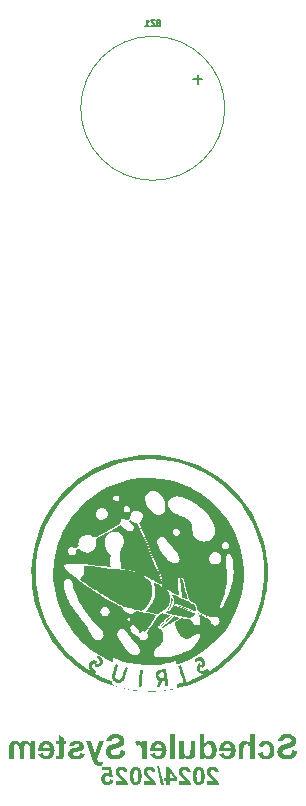
<source format=gbr>
%TF.GenerationSoftware,KiCad,Pcbnew,8.0.1*%
%TF.CreationDate,2024-06-19T16:46:37+02:00*%
%TF.ProjectId,MotorShield,4d6f746f-7253-4686-9965-6c642e6b6963,V_1*%
%TF.SameCoordinates,Original*%
%TF.FileFunction,Legend,Bot*%
%TF.FilePolarity,Positive*%
%FSLAX46Y46*%
G04 Gerber Fmt 4.6, Leading zero omitted, Abs format (unit mm)*
G04 Created by KiCad (PCBNEW 8.0.1) date 2024-06-19 16:46:37*
%MOMM*%
%LPD*%
G01*
G04 APERTURE LIST*
%ADD10C,0.300000*%
%ADD11C,0.127000*%
%ADD12C,0.150000*%
%ADD13C,0.000000*%
%ADD14C,0.120000*%
G04 APERTURE END LIST*
D10*
G36*
X132101252Y-134204590D02*
G01*
X132101252Y-134490460D01*
X133132690Y-134490460D01*
X133120128Y-134414618D01*
X133099190Y-134340825D01*
X133069877Y-134269078D01*
X133032189Y-134199379D01*
X132987729Y-134134832D01*
X132937173Y-134072673D01*
X132886266Y-134016056D01*
X132827381Y-133955058D01*
X132760516Y-133889681D01*
X132701280Y-133834225D01*
X132642811Y-133779661D01*
X132582580Y-133721838D01*
X132526005Y-133664930D01*
X132474937Y-133608461D01*
X132457100Y-133585206D01*
X132420127Y-133517681D01*
X132399330Y-133445239D01*
X132396427Y-133406537D01*
X132406544Y-133329825D01*
X132442883Y-133263266D01*
X132449283Y-133256530D01*
X132516788Y-133215578D01*
X132595196Y-133204046D01*
X132673396Y-133216151D01*
X132738419Y-133255746D01*
X132741853Y-133259136D01*
X132782741Y-133326812D01*
X132800966Y-133404038D01*
X132804759Y-133442271D01*
X133098073Y-133413237D01*
X133087195Y-133337969D01*
X133066921Y-133256835D01*
X133038768Y-133185725D01*
X132995967Y-133115433D01*
X132942443Y-133058785D01*
X132933921Y-133051806D01*
X132870046Y-133009020D01*
X132799581Y-132976742D01*
X132722526Y-132954974D01*
X132638880Y-132943715D01*
X132588123Y-132941999D01*
X132506392Y-132946291D01*
X132431492Y-132959168D01*
X132352742Y-132985040D01*
X132283289Y-133022598D01*
X132231159Y-133064089D01*
X132180541Y-133120208D01*
X132137915Y-133191368D01*
X132111527Y-133270018D01*
X132101759Y-133344982D01*
X132101252Y-133367453D01*
X132106486Y-133443422D01*
X132122189Y-133516669D01*
X132138474Y-133563989D01*
X132172463Y-133635090D01*
X132214288Y-133702565D01*
X132256098Y-133759407D01*
X132308337Y-133818591D01*
X132363318Y-133873972D01*
X132423561Y-133931108D01*
X132448911Y-133954454D01*
X132504936Y-134005924D01*
X132562626Y-134060166D01*
X132617470Y-134114812D01*
X132625346Y-134123445D01*
X132671546Y-134182219D01*
X132685647Y-134204590D01*
X132101252Y-134204590D01*
G37*
G36*
X131478049Y-132945843D02*
G01*
X131552448Y-132960604D01*
X131630514Y-132991818D01*
X131699175Y-133038100D01*
X131758431Y-133099451D01*
X131801861Y-133165183D01*
X131837929Y-133242801D01*
X131861484Y-133313454D01*
X131880328Y-133391715D01*
X131894461Y-133477583D01*
X131903883Y-133571058D01*
X131907858Y-133646157D01*
X131909183Y-133725535D01*
X131909049Y-133752978D01*
X131907043Y-133832137D01*
X131900622Y-133930282D01*
X131889920Y-134019972D01*
X131874938Y-134101204D01*
X131850191Y-134190853D01*
X131818755Y-134267288D01*
X131772204Y-134341569D01*
X131754696Y-134362484D01*
X131698108Y-134417131D01*
X131635421Y-134459635D01*
X131566636Y-134489994D01*
X131491753Y-134508210D01*
X131410772Y-134514282D01*
X131343603Y-134510438D01*
X131269309Y-134495677D01*
X131191332Y-134464463D01*
X131122724Y-134418181D01*
X131063485Y-134356830D01*
X131020056Y-134291044D01*
X130983987Y-134213262D01*
X130960432Y-134142399D01*
X130941589Y-134063859D01*
X130927456Y-133977642D01*
X130918034Y-133883748D01*
X130914059Y-133808290D01*
X130912734Y-133728513D01*
X131220192Y-133728513D01*
X131220669Y-133791733D01*
X131223173Y-133877621D01*
X131227823Y-133952779D01*
X131235960Y-134026901D01*
X131250715Y-134100739D01*
X131270466Y-134157340D01*
X131315482Y-134219107D01*
X131337211Y-134233600D01*
X131410772Y-134252235D01*
X131436665Y-134250211D01*
X131505690Y-134219851D01*
X131547696Y-134162390D01*
X131574179Y-134089200D01*
X131583414Y-134046578D01*
X131592754Y-133971796D01*
X131598141Y-133889529D01*
X131600689Y-133806511D01*
X131601352Y-133728513D01*
X131600875Y-133665362D01*
X131598371Y-133579491D01*
X131593721Y-133504246D01*
X131585584Y-133429891D01*
X131570829Y-133355542D01*
X131551078Y-133298940D01*
X131506062Y-133237174D01*
X131484333Y-133222681D01*
X131410772Y-133204046D01*
X131384903Y-133206117D01*
X131316227Y-133237174D01*
X131273920Y-133295054D01*
X131247365Y-133368570D01*
X131238131Y-133411052D01*
X131228790Y-133485648D01*
X131223403Y-133567752D01*
X131220856Y-133650631D01*
X131220192Y-133728513D01*
X130912734Y-133728513D01*
X130913318Y-133674767D01*
X130916387Y-133597790D01*
X130924570Y-133501953D01*
X130937429Y-133413887D01*
X130954965Y-133333591D01*
X130983460Y-133244148D01*
X131019261Y-133166845D01*
X131062369Y-133101684D01*
X131112951Y-133047416D01*
X131180563Y-132998294D01*
X131257438Y-132964455D01*
X131330703Y-132947613D01*
X131410772Y-132941999D01*
X131478049Y-132945843D01*
G37*
G36*
X129727938Y-134204590D02*
G01*
X129727938Y-134490460D01*
X130759377Y-134490460D01*
X130746814Y-134414618D01*
X130725876Y-134340825D01*
X130696563Y-134269078D01*
X130658876Y-134199379D01*
X130614415Y-134134832D01*
X130563859Y-134072673D01*
X130512953Y-134016056D01*
X130454067Y-133955058D01*
X130387203Y-133889681D01*
X130327967Y-133834225D01*
X130269497Y-133779661D01*
X130209266Y-133721838D01*
X130152692Y-133664930D01*
X130101623Y-133608461D01*
X130083786Y-133585206D01*
X130046814Y-133517681D01*
X130026017Y-133445239D01*
X130023113Y-133406537D01*
X130033230Y-133329825D01*
X130069569Y-133263266D01*
X130075969Y-133256530D01*
X130143475Y-133215578D01*
X130221882Y-133204046D01*
X130300082Y-133216151D01*
X130365106Y-133255746D01*
X130368539Y-133259136D01*
X130409428Y-133326812D01*
X130427652Y-133404038D01*
X130431445Y-133442271D01*
X130724760Y-133413237D01*
X130713882Y-133337969D01*
X130693607Y-133256835D01*
X130665455Y-133185725D01*
X130622653Y-133115433D01*
X130569129Y-133058785D01*
X130560608Y-133051806D01*
X130496733Y-133009020D01*
X130426268Y-132976742D01*
X130349212Y-132954974D01*
X130265566Y-132943715D01*
X130214810Y-132941999D01*
X130133079Y-132946291D01*
X130058178Y-132959168D01*
X129979428Y-132985040D01*
X129909976Y-133022598D01*
X129857845Y-133064089D01*
X129807227Y-133120208D01*
X129764601Y-133191368D01*
X129738214Y-133270018D01*
X129728445Y-133344982D01*
X129727938Y-133367453D01*
X129733172Y-133443422D01*
X129748876Y-133516669D01*
X129765161Y-133563989D01*
X129799150Y-133635090D01*
X129840974Y-133702565D01*
X129882784Y-133759407D01*
X129935024Y-133818591D01*
X129990005Y-133873972D01*
X130050247Y-133931108D01*
X130075597Y-133954454D01*
X130131622Y-134005924D01*
X130189312Y-134060166D01*
X130244157Y-134114812D01*
X130252032Y-134123445D01*
X130298233Y-134182219D01*
X130312333Y-134204590D01*
X129727938Y-134204590D01*
G37*
G36*
X129586120Y-133919837D02*
G01*
X129586120Y-134180767D01*
X128958174Y-134180767D01*
X128958174Y-134490460D01*
X128673422Y-134490460D01*
X128673422Y-134180767D01*
X128482842Y-134180767D01*
X128482842Y-133918720D01*
X128673422Y-133918720D01*
X128673422Y-133413982D01*
X128958174Y-133413982D01*
X128958174Y-133918720D01*
X129310673Y-133918720D01*
X128958174Y-133413982D01*
X128673422Y-133413982D01*
X128673422Y-132965821D01*
X128920207Y-132965821D01*
X129586120Y-133919837D01*
G37*
G36*
X128442269Y-134490460D02*
G01*
X128062226Y-132941999D01*
X127841496Y-132941999D01*
X128225634Y-134490460D01*
X128442269Y-134490460D01*
G37*
G36*
X126762040Y-134204590D02*
G01*
X126762040Y-134490460D01*
X127793479Y-134490460D01*
X127780916Y-134414618D01*
X127759979Y-134340825D01*
X127730666Y-134269078D01*
X127692978Y-134199379D01*
X127648518Y-134134832D01*
X127597962Y-134072673D01*
X127547055Y-134016056D01*
X127488170Y-133955058D01*
X127421305Y-133889681D01*
X127362069Y-133834225D01*
X127303600Y-133779661D01*
X127243369Y-133721838D01*
X127186794Y-133664930D01*
X127135726Y-133608461D01*
X127117889Y-133585206D01*
X127080916Y-133517681D01*
X127060119Y-133445239D01*
X127057216Y-133406537D01*
X127067333Y-133329825D01*
X127103671Y-133263266D01*
X127110072Y-133256530D01*
X127177577Y-133215578D01*
X127255985Y-133204046D01*
X127334185Y-133216151D01*
X127399208Y-133255746D01*
X127402642Y-133259136D01*
X127443530Y-133326812D01*
X127461755Y-133404038D01*
X127465548Y-133442271D01*
X127758862Y-133413237D01*
X127747984Y-133337969D01*
X127727709Y-133256835D01*
X127699557Y-133185725D01*
X127656756Y-133115433D01*
X127603232Y-133058785D01*
X127594710Y-133051806D01*
X127530835Y-133009020D01*
X127460370Y-132976742D01*
X127383315Y-132954974D01*
X127299669Y-132943715D01*
X127248912Y-132941999D01*
X127167181Y-132946291D01*
X127092281Y-132959168D01*
X127013530Y-132985040D01*
X126944078Y-133022598D01*
X126891947Y-133064089D01*
X126841329Y-133120208D01*
X126798704Y-133191368D01*
X126772316Y-133270018D01*
X126762548Y-133344982D01*
X126762040Y-133367453D01*
X126767275Y-133443422D01*
X126782978Y-133516669D01*
X126799263Y-133563989D01*
X126833252Y-133635090D01*
X126875077Y-133702565D01*
X126916887Y-133759407D01*
X126969126Y-133818591D01*
X127024107Y-133873972D01*
X127084350Y-133931108D01*
X127109700Y-133954454D01*
X127165725Y-134005924D01*
X127223415Y-134060166D01*
X127278259Y-134114812D01*
X127286135Y-134123445D01*
X127332335Y-134182219D01*
X127346435Y-134204590D01*
X126762040Y-134204590D01*
G37*
G36*
X126138838Y-132945843D02*
G01*
X126213237Y-132960604D01*
X126291302Y-132991818D01*
X126359964Y-133038100D01*
X126419220Y-133099451D01*
X126462650Y-133165183D01*
X126498718Y-133242801D01*
X126522273Y-133313454D01*
X126541117Y-133391715D01*
X126555250Y-133477583D01*
X126564672Y-133571058D01*
X126568647Y-133646157D01*
X126569972Y-133725535D01*
X126569838Y-133752978D01*
X126567832Y-133832137D01*
X126561411Y-133930282D01*
X126550709Y-134019972D01*
X126535727Y-134101204D01*
X126510980Y-134190853D01*
X126479544Y-134267288D01*
X126432993Y-134341569D01*
X126415485Y-134362484D01*
X126358896Y-134417131D01*
X126296210Y-134459635D01*
X126227425Y-134489994D01*
X126152542Y-134508210D01*
X126071561Y-134514282D01*
X126004391Y-134510438D01*
X125930097Y-134495677D01*
X125852121Y-134464463D01*
X125783513Y-134418181D01*
X125724274Y-134356830D01*
X125680845Y-134291044D01*
X125644776Y-134213262D01*
X125621221Y-134142399D01*
X125602377Y-134063859D01*
X125588244Y-133977642D01*
X125578822Y-133883748D01*
X125574848Y-133808290D01*
X125573523Y-133728513D01*
X125880981Y-133728513D01*
X125881458Y-133791733D01*
X125883962Y-133877621D01*
X125888612Y-133952779D01*
X125896749Y-134026901D01*
X125911504Y-134100739D01*
X125931255Y-134157340D01*
X125976271Y-134219107D01*
X125998000Y-134233600D01*
X126071561Y-134252235D01*
X126097454Y-134250211D01*
X126166479Y-134219851D01*
X126208485Y-134162390D01*
X126234968Y-134089200D01*
X126244203Y-134046578D01*
X126253543Y-133971796D01*
X126258930Y-133889529D01*
X126261477Y-133806511D01*
X126262141Y-133728513D01*
X126261664Y-133665362D01*
X126259160Y-133579491D01*
X126254510Y-133504246D01*
X126246373Y-133429891D01*
X126231618Y-133355542D01*
X126211867Y-133298940D01*
X126166851Y-133237174D01*
X126145122Y-133222681D01*
X126071561Y-133204046D01*
X126045691Y-133206117D01*
X125977016Y-133237174D01*
X125934708Y-133295054D01*
X125908154Y-133368570D01*
X125898919Y-133411052D01*
X125889579Y-133485648D01*
X125884192Y-133567752D01*
X125881645Y-133650631D01*
X125880981Y-133728513D01*
X125573523Y-133728513D01*
X125574107Y-133674767D01*
X125577176Y-133597790D01*
X125585359Y-133501953D01*
X125598218Y-133413887D01*
X125615753Y-133333591D01*
X125644248Y-133244148D01*
X125680050Y-133166845D01*
X125723157Y-133101684D01*
X125773739Y-133047416D01*
X125841352Y-132998294D01*
X125918227Y-132964455D01*
X125991492Y-132947613D01*
X126071561Y-132941999D01*
X126138838Y-132945843D01*
G37*
G36*
X124388727Y-134204590D02*
G01*
X124388727Y-134490460D01*
X125420165Y-134490460D01*
X125407603Y-134414618D01*
X125386665Y-134340825D01*
X125357352Y-134269078D01*
X125319664Y-134199379D01*
X125275204Y-134134832D01*
X125224648Y-134072673D01*
X125173742Y-134016056D01*
X125114856Y-133955058D01*
X125047992Y-133889681D01*
X124988755Y-133834225D01*
X124930286Y-133779661D01*
X124870055Y-133721838D01*
X124813480Y-133664930D01*
X124762412Y-133608461D01*
X124744575Y-133585206D01*
X124707603Y-133517681D01*
X124686805Y-133445239D01*
X124683902Y-133406537D01*
X124694019Y-133329825D01*
X124730358Y-133263266D01*
X124736758Y-133256530D01*
X124804264Y-133215578D01*
X124882671Y-133204046D01*
X124960871Y-133216151D01*
X125025894Y-133255746D01*
X125029328Y-133259136D01*
X125070217Y-133326812D01*
X125088441Y-133404038D01*
X125092234Y-133442271D01*
X125385548Y-133413237D01*
X125374671Y-133337969D01*
X125354396Y-133256835D01*
X125326243Y-133185725D01*
X125283442Y-133115433D01*
X125229918Y-133058785D01*
X125221397Y-133051806D01*
X125157522Y-133009020D01*
X125087056Y-132976742D01*
X125010001Y-132954974D01*
X124926355Y-132943715D01*
X124875599Y-132941999D01*
X124793867Y-132946291D01*
X124718967Y-132959168D01*
X124640217Y-132985040D01*
X124570764Y-133022598D01*
X124518634Y-133064089D01*
X124468016Y-133120208D01*
X124425390Y-133191368D01*
X124399003Y-133270018D01*
X124389234Y-133344982D01*
X124388727Y-133367453D01*
X124393961Y-133443422D01*
X124409665Y-133516669D01*
X124425949Y-133563989D01*
X124459938Y-133635090D01*
X124501763Y-133702565D01*
X124543573Y-133759407D01*
X124595813Y-133818591D01*
X124650794Y-133873972D01*
X124711036Y-133931108D01*
X124736386Y-133954454D01*
X124792411Y-134005924D01*
X124850101Y-134060166D01*
X124904946Y-134114812D01*
X124912821Y-134123445D01*
X124959022Y-134182219D01*
X124973122Y-134204590D01*
X124388727Y-134204590D01*
G37*
G36*
X124191447Y-134047510D02*
G01*
X123898505Y-134014010D01*
X123882104Y-134089979D01*
X123848742Y-134157866D01*
X123824060Y-134188212D01*
X123762043Y-134234166D01*
X123686876Y-134252172D01*
X123681870Y-134252235D01*
X123606582Y-134239410D01*
X123542267Y-134200937D01*
X123525907Y-134185234D01*
X123484454Y-134119252D01*
X123465885Y-134045859D01*
X123461884Y-133982371D01*
X123469361Y-133902416D01*
X123497478Y-133827432D01*
X123525162Y-133791791D01*
X123587869Y-133748280D01*
X123665253Y-133729135D01*
X123690058Y-133728140D01*
X123766612Y-133739773D01*
X123838077Y-133774669D01*
X123898043Y-133825966D01*
X123917116Y-133847253D01*
X124155713Y-133810402D01*
X124004962Y-132965821D01*
X123227381Y-132965821D01*
X123227381Y-133251691D01*
X123781998Y-133251691D01*
X123828154Y-133520438D01*
X123760068Y-133489498D01*
X123684587Y-133470392D01*
X123627152Y-133466093D01*
X123544361Y-133472879D01*
X123467306Y-133493238D01*
X123395986Y-133527169D01*
X123330401Y-133574673D01*
X123295499Y-133607911D01*
X123242415Y-133673855D01*
X123202370Y-133747921D01*
X123175362Y-133830109D01*
X123162590Y-133907020D01*
X123159264Y-133975671D01*
X123164518Y-134056149D01*
X123180282Y-134132779D01*
X123206554Y-134205563D01*
X123243335Y-134274499D01*
X123269071Y-134312163D01*
X123318676Y-134370391D01*
X123385712Y-134427237D01*
X123460939Y-134469871D01*
X123544359Y-134498294D01*
X123620132Y-134511124D01*
X123684847Y-134514282D01*
X123761789Y-134509833D01*
X123844575Y-134493395D01*
X123919844Y-134464846D01*
X123987597Y-134424184D01*
X124031390Y-134387725D01*
X124084850Y-134328189D01*
X124127980Y-134260316D01*
X124160778Y-134184108D01*
X124180669Y-134112152D01*
X124191447Y-134047510D01*
G37*
G36*
X139733890Y-131621250D02*
G01*
X139331886Y-131589487D01*
X139305617Y-131691794D01*
X139262618Y-131786130D01*
X139198524Y-131866388D01*
X139184980Y-131878334D01*
X139099401Y-131930891D01*
X138995525Y-131961632D01*
X138885214Y-131970647D01*
X138780761Y-131964090D01*
X138682936Y-131941427D01*
X138590879Y-131892863D01*
X138584456Y-131887764D01*
X138515245Y-131809488D01*
X138484100Y-131713814D01*
X138483210Y-131693214D01*
X138509261Y-131594572D01*
X138525892Y-131571620D01*
X138609057Y-131511386D01*
X138674286Y-131484271D01*
X138773556Y-131453900D01*
X138874794Y-131426149D01*
X138973783Y-131400113D01*
X139005319Y-131391959D01*
X139104243Y-131364541D01*
X139210188Y-131329273D01*
X139302209Y-131291422D01*
X139391969Y-131243999D01*
X139471346Y-131185498D01*
X139544832Y-131107218D01*
X139600268Y-131021767D01*
X139637656Y-130929143D01*
X139656994Y-130829347D01*
X139659941Y-130769101D01*
X139649502Y-130663001D01*
X139618186Y-130561711D01*
X139571599Y-130473801D01*
X139508466Y-130394015D01*
X139430115Y-130327121D01*
X139336544Y-130273119D01*
X139316004Y-130263866D01*
X139216506Y-130229079D01*
X139118967Y-130207714D01*
X139012867Y-130195346D01*
X138913007Y-130191902D01*
X138797307Y-130196131D01*
X138690912Y-130208817D01*
X138593823Y-130229961D01*
X138489600Y-130266497D01*
X138398777Y-130315212D01*
X138333327Y-130365111D01*
X138256853Y-130446424D01*
X138198095Y-130538803D01*
X138157053Y-130642250D01*
X138135976Y-130739726D01*
X138128355Y-130827168D01*
X138541774Y-130827168D01*
X138570086Y-130724969D01*
X138624817Y-130636257D01*
X138655427Y-130608299D01*
X138748576Y-130562498D01*
X138855033Y-130543654D01*
X138917474Y-130541298D01*
X139022201Y-130548375D01*
X139119936Y-130572504D01*
X139199373Y-130613758D01*
X139259703Y-130697230D01*
X139264885Y-130738826D01*
X139230268Y-130833837D01*
X139203344Y-130860420D01*
X139113428Y-130910136D01*
X139018510Y-130944753D01*
X138912506Y-130976009D01*
X138823673Y-130998888D01*
X138716047Y-131026538D01*
X138619484Y-131054397D01*
X138520807Y-131087163D01*
X138426471Y-131124960D01*
X138377498Y-131148771D01*
X138293388Y-131202017D01*
X138215087Y-131273239D01*
X138151681Y-131357714D01*
X138105058Y-131456147D01*
X138079467Y-131558354D01*
X138070111Y-131660700D01*
X138069791Y-131684777D01*
X138079339Y-131793023D01*
X138107983Y-131896907D01*
X138155723Y-131996429D01*
X138167562Y-132015810D01*
X138228958Y-132096350D01*
X138303152Y-132164328D01*
X138390143Y-132219743D01*
X138444002Y-132245101D01*
X138538827Y-132277888D01*
X138644632Y-132301307D01*
X138746219Y-132314115D01*
X138856214Y-132319750D01*
X138889185Y-132320043D01*
X139006070Y-132315693D01*
X139114159Y-132302643D01*
X139213450Y-132280894D01*
X139320989Y-132243310D01*
X139415860Y-132193199D01*
X139485243Y-132141871D01*
X139557344Y-132069129D01*
X139617685Y-131984907D01*
X139666267Y-131889205D01*
X139703088Y-131782021D01*
X139724789Y-131683931D01*
X139733890Y-131621250D01*
G37*
G36*
X136443411Y-131208328D02*
G01*
X136830030Y-131271854D01*
X136861917Y-131174951D01*
X136918868Y-131105593D01*
X137009511Y-131060246D01*
X137098033Y-131049511D01*
X137199534Y-131064726D01*
X137290749Y-131115547D01*
X137331791Y-131157705D01*
X137381522Y-131249271D01*
X137406856Y-131349750D01*
X137417775Y-131458378D01*
X137419140Y-131519509D01*
X137416034Y-131619411D01*
X137404560Y-131721276D01*
X137381094Y-131818326D01*
X137336233Y-131910588D01*
X137330798Y-131918039D01*
X137255655Y-131988808D01*
X137163482Y-132026915D01*
X137092573Y-132034173D01*
X136991080Y-132018167D01*
X136909934Y-131970150D01*
X136852203Y-131889271D01*
X136819366Y-131795203D01*
X136809185Y-131748304D01*
X136424055Y-131811830D01*
X136455601Y-131916026D01*
X136497690Y-132008443D01*
X136558704Y-132099638D01*
X136633491Y-132175448D01*
X136654339Y-132191997D01*
X136746713Y-132248017D01*
X136839449Y-132283905D01*
X136943299Y-132307538D01*
X137058264Y-132318917D01*
X137110937Y-132320043D01*
X137228217Y-132312802D01*
X137336250Y-132291079D01*
X137435035Y-132254874D01*
X137524573Y-132204187D01*
X137604863Y-132139019D01*
X137629572Y-132114078D01*
X137695182Y-132031106D01*
X137747218Y-131937038D01*
X137785680Y-131831872D01*
X137810567Y-131715610D01*
X137820936Y-131610247D01*
X137822633Y-131543331D01*
X137817895Y-131432082D01*
X137803682Y-131328807D01*
X137774119Y-131215400D01*
X137730912Y-131113474D01*
X137674060Y-131023029D01*
X137628579Y-130969110D01*
X137550993Y-130899283D01*
X137463776Y-130843903D01*
X137366927Y-130802969D01*
X137260447Y-130776483D01*
X137144336Y-130764444D01*
X137103492Y-130763641D01*
X136990451Y-130768914D01*
X136888002Y-130784730D01*
X136783887Y-130815718D01*
X136693607Y-130860478D01*
X136673199Y-130873820D01*
X136590412Y-130944625D01*
X136528754Y-131022854D01*
X136478325Y-131115476D01*
X136443411Y-131208328D01*
G37*
G36*
X135762982Y-130223665D02*
G01*
X135762982Y-130975066D01*
X135689269Y-130903215D01*
X135596656Y-130838177D01*
X135496918Y-130793373D01*
X135390055Y-130768803D01*
X135309362Y-130763641D01*
X135203699Y-130771996D01*
X135106883Y-130797060D01*
X135065182Y-130814264D01*
X134975062Y-130867830D01*
X134904898Y-130938429D01*
X134901402Y-130943303D01*
X134852675Y-131031522D01*
X134825965Y-131117504D01*
X134812055Y-131221117D01*
X134806590Y-131330916D01*
X134805616Y-131413796D01*
X134805616Y-132288280D01*
X135197694Y-132288280D01*
X135197694Y-131490227D01*
X135199090Y-131382436D01*
X135204761Y-131278145D01*
X135220028Y-131188972D01*
X135275826Y-131104991D01*
X135298940Y-131087230D01*
X135394886Y-131052495D01*
X135440386Y-131049511D01*
X135543783Y-131064900D01*
X135615084Y-131098149D01*
X135688593Y-131167854D01*
X135727744Y-131243565D01*
X135751832Y-131346540D01*
X135761296Y-131452506D01*
X135762982Y-131531420D01*
X135762982Y-132288280D01*
X136155060Y-132288280D01*
X136155060Y-130223665D01*
X135762982Y-130223665D01*
G37*
G36*
X133887680Y-130764461D02*
G01*
X133992240Y-130776762D01*
X134089612Y-130803824D01*
X134179796Y-130845647D01*
X134262790Y-130902232D01*
X134338597Y-130973577D01*
X134383729Y-131028449D01*
X134440144Y-131120180D01*
X134483020Y-131223217D01*
X134512356Y-131337560D01*
X134526460Y-131441483D01*
X134531162Y-131553257D01*
X134526014Y-131665658D01*
X134510573Y-131770591D01*
X134484837Y-131868056D01*
X134441801Y-131972326D01*
X134384753Y-132066433D01*
X134321828Y-132139494D01*
X134233331Y-132210822D01*
X134130667Y-132264318D01*
X134034290Y-132295276D01*
X133928075Y-132313851D01*
X133812021Y-132320043D01*
X133709110Y-132315008D01*
X133601095Y-132296924D01*
X133503316Y-132265688D01*
X133405550Y-132214827D01*
X133347576Y-132171800D01*
X133272130Y-132094566D01*
X133210503Y-132002100D01*
X133167325Y-131907120D01*
X133558411Y-131843593D01*
X133586932Y-131911036D01*
X133653701Y-131989010D01*
X133709342Y-132018251D01*
X133808050Y-132034173D01*
X133857289Y-132030649D01*
X133953198Y-131998830D01*
X134034364Y-131933920D01*
X134086542Y-131855496D01*
X134118194Y-131758071D01*
X134129157Y-131653014D01*
X133146480Y-131653014D01*
X133146148Y-131625014D01*
X133148727Y-131517561D01*
X133160213Y-131398907D01*
X133536077Y-131398907D01*
X134122209Y-131398907D01*
X134118776Y-131331545D01*
X134093883Y-131230986D01*
X134039823Y-131143312D01*
X134018164Y-131121327D01*
X133931488Y-131067465D01*
X133827902Y-131049511D01*
X133805701Y-131050296D01*
X133704248Y-131077777D01*
X133623922Y-131138845D01*
X133579304Y-131202415D01*
X133546362Y-131299938D01*
X133536077Y-131398907D01*
X133160213Y-131398907D01*
X133160739Y-131393473D01*
X133182518Y-131280751D01*
X133214063Y-131179395D01*
X133264808Y-131072769D01*
X133329616Y-130982510D01*
X133366668Y-130943396D01*
X133448128Y-130876709D01*
X133539393Y-130825412D01*
X133640464Y-130789504D01*
X133751341Y-130768985D01*
X133851229Y-130763641D01*
X133887680Y-130764461D01*
G37*
G36*
X131867015Y-130970103D02*
G01*
X131913474Y-130921713D01*
X131999814Y-130852557D01*
X132092567Y-130803159D01*
X132191732Y-130773521D01*
X132297309Y-130763641D01*
X132363480Y-130766720D01*
X132472300Y-130786923D01*
X132572238Y-130825983D01*
X132663295Y-130883900D01*
X132745469Y-130960673D01*
X132786995Y-131012769D01*
X132838903Y-131101557D01*
X132878354Y-131203116D01*
X132905346Y-131317448D01*
X132918323Y-131422481D01*
X132922648Y-131536383D01*
X132919803Y-131626392D01*
X132908241Y-131731727D01*
X132887785Y-131829090D01*
X132851499Y-131935401D01*
X132802406Y-132030232D01*
X132740506Y-132113581D01*
X132693822Y-132161971D01*
X132606603Y-132231127D01*
X132512355Y-132280525D01*
X132411076Y-132310163D01*
X132302768Y-132320043D01*
X132247929Y-132317122D01*
X132146588Y-132296197D01*
X132053625Y-132258998D01*
X131986702Y-132219199D01*
X131905534Y-132150011D01*
X131839222Y-132070403D01*
X131839222Y-132288280D01*
X131474937Y-132288280D01*
X131474937Y-131552761D01*
X131866023Y-131552761D01*
X131868349Y-131624906D01*
X131881749Y-131728191D01*
X131911062Y-131826516D01*
X131961313Y-131913572D01*
X131998273Y-131954557D01*
X132088052Y-132014269D01*
X132191100Y-132034173D01*
X132201696Y-132034016D01*
X132299503Y-132015172D01*
X132389960Y-131958169D01*
X132456621Y-131873371D01*
X132482148Y-131818156D01*
X132507739Y-131716452D01*
X132518998Y-131615758D01*
X132522133Y-131513553D01*
X132520660Y-131457533D01*
X132508873Y-131356287D01*
X132481523Y-131259590D01*
X132427836Y-131166142D01*
X132384420Y-131120697D01*
X132292322Y-131065912D01*
X132194078Y-131049511D01*
X132133603Y-131055163D01*
X132034525Y-131095652D01*
X131958335Y-131167631D01*
X131917948Y-131235810D01*
X131886306Y-131334907D01*
X131870440Y-131442899D01*
X131866023Y-131552761D01*
X131474937Y-131552761D01*
X131474937Y-130223665D01*
X131867015Y-130223665D01*
X131867015Y-130970103D01*
G37*
G36*
X130122019Y-132288280D02*
G01*
X130122019Y-132066433D01*
X130189881Y-132148206D01*
X130272119Y-132215602D01*
X130334933Y-132252546D01*
X130427171Y-132290974D01*
X130531941Y-132314704D01*
X130613358Y-132320043D01*
X130720768Y-132310760D01*
X130819664Y-132282913D01*
X130880864Y-132254035D01*
X130966428Y-132191639D01*
X131030367Y-132111714D01*
X131052585Y-132068914D01*
X131084945Y-131966436D01*
X131100503Y-131861524D01*
X131105637Y-131751937D01*
X131105689Y-131738874D01*
X131105689Y-130795405D01*
X130713611Y-130795405D01*
X130713611Y-131488738D01*
X130712860Y-131599382D01*
X130710089Y-131706591D01*
X130703524Y-131809814D01*
X130692270Y-131878831D01*
X130642675Y-131966438D01*
X130613358Y-131992484D01*
X130519888Y-132030102D01*
X130467941Y-132034173D01*
X130367306Y-132018345D01*
X130288280Y-131978091D01*
X130214405Y-131906519D01*
X130179094Y-131839127D01*
X130160135Y-131731656D01*
X130153272Y-131626029D01*
X130150270Y-131508923D01*
X130149812Y-131431663D01*
X130149812Y-130795405D01*
X129757734Y-130795405D01*
X129757734Y-132288280D01*
X130122019Y-132288280D01*
G37*
G36*
X129360693Y-132288280D02*
G01*
X129360693Y-130223665D01*
X128968118Y-130223665D01*
X128968118Y-132288280D01*
X129360693Y-132288280D01*
G37*
G36*
X128041248Y-130764461D02*
G01*
X128145809Y-130776762D01*
X128243181Y-130803824D01*
X128333364Y-130845647D01*
X128416359Y-130902232D01*
X128492165Y-130973577D01*
X128537298Y-131028449D01*
X128593713Y-131120180D01*
X128636589Y-131223217D01*
X128665925Y-131337560D01*
X128680029Y-131441483D01*
X128684730Y-131553257D01*
X128679583Y-131665658D01*
X128664142Y-131770591D01*
X128638406Y-131868056D01*
X128595369Y-131972326D01*
X128538321Y-132066433D01*
X128475397Y-132139494D01*
X128386900Y-132210822D01*
X128284235Y-132264318D01*
X128187859Y-132295276D01*
X128081644Y-132313851D01*
X127965589Y-132320043D01*
X127862679Y-132315008D01*
X127754664Y-132296924D01*
X127656885Y-132265688D01*
X127559119Y-132214827D01*
X127501144Y-132171800D01*
X127425699Y-132094566D01*
X127364072Y-132002100D01*
X127320894Y-131907120D01*
X127711979Y-131843593D01*
X127740501Y-131911036D01*
X127807269Y-131989010D01*
X127862911Y-132018251D01*
X127961619Y-132034173D01*
X128010858Y-132030649D01*
X128106767Y-131998830D01*
X128187933Y-131933920D01*
X128240111Y-131855496D01*
X128271763Y-131758071D01*
X128282726Y-131653014D01*
X127300049Y-131653014D01*
X127299717Y-131625014D01*
X127302296Y-131517561D01*
X127313782Y-131398907D01*
X127689646Y-131398907D01*
X128275778Y-131398907D01*
X128272344Y-131331545D01*
X128247452Y-131230986D01*
X128193392Y-131143312D01*
X128171733Y-131121327D01*
X128085057Y-131067465D01*
X127981471Y-131049511D01*
X127959270Y-131050296D01*
X127857816Y-131077777D01*
X127777491Y-131138845D01*
X127732873Y-131202415D01*
X127699931Y-131299938D01*
X127689646Y-131398907D01*
X127313782Y-131398907D01*
X127314308Y-131393473D01*
X127336087Y-131280751D01*
X127367631Y-131179395D01*
X127418376Y-131072769D01*
X127483184Y-130982510D01*
X127520237Y-130943396D01*
X127601696Y-130876709D01*
X127692961Y-130825412D01*
X127794032Y-130789504D01*
X127904909Y-130768985D01*
X128004797Y-130763641D01*
X128041248Y-130764461D01*
G37*
G36*
X126612672Y-132288280D02*
G01*
X127004750Y-132288280D01*
X127004750Y-130795405D01*
X126640465Y-130795405D01*
X126640465Y-131006333D01*
X126583991Y-130922999D01*
X126516082Y-130844662D01*
X126472715Y-130810294D01*
X126376548Y-130771341D01*
X126302483Y-130763641D01*
X126203378Y-130774948D01*
X126107065Y-130808867D01*
X126044406Y-130844042D01*
X126166000Y-131209320D01*
X126255894Y-131163010D01*
X126350128Y-131144801D01*
X126447573Y-131164037D01*
X126490085Y-131189468D01*
X126551929Y-131273413D01*
X126579916Y-131350766D01*
X126598565Y-131460811D01*
X126606402Y-131562289D01*
X126610624Y-131668740D01*
X126612384Y-131771177D01*
X126612672Y-131838630D01*
X126612672Y-132288280D01*
G37*
G36*
X125194242Y-131621250D02*
G01*
X124792238Y-131589487D01*
X124765970Y-131691794D01*
X124722970Y-131786130D01*
X124658876Y-131866388D01*
X124645333Y-131878334D01*
X124559754Y-131930891D01*
X124455877Y-131961632D01*
X124345567Y-131970647D01*
X124241114Y-131964090D01*
X124143288Y-131941427D01*
X124051232Y-131892863D01*
X124044808Y-131887764D01*
X123975597Y-131809488D01*
X123944452Y-131713814D01*
X123943562Y-131693214D01*
X123969613Y-131594572D01*
X123986244Y-131571620D01*
X124069409Y-131511386D01*
X124134638Y-131484271D01*
X124233908Y-131453900D01*
X124335147Y-131426149D01*
X124434135Y-131400113D01*
X124465672Y-131391959D01*
X124564595Y-131364541D01*
X124670540Y-131329273D01*
X124762561Y-131291422D01*
X124852321Y-131243999D01*
X124931699Y-131185498D01*
X125005184Y-131107218D01*
X125060621Y-131021767D01*
X125098008Y-130929143D01*
X125117346Y-130829347D01*
X125120293Y-130769101D01*
X125109854Y-130663001D01*
X125078538Y-130561711D01*
X125031951Y-130473801D01*
X124968818Y-130394015D01*
X124890467Y-130327121D01*
X124796897Y-130273119D01*
X124776356Y-130263866D01*
X124676858Y-130229079D01*
X124579320Y-130207714D01*
X124473220Y-130195346D01*
X124373359Y-130191902D01*
X124257659Y-130196131D01*
X124151265Y-130208817D01*
X124054176Y-130229961D01*
X123949952Y-130266497D01*
X123859129Y-130315212D01*
X123793679Y-130365111D01*
X123717205Y-130446424D01*
X123658447Y-130538803D01*
X123617406Y-130642250D01*
X123596328Y-130739726D01*
X123588707Y-130827168D01*
X124002126Y-130827168D01*
X124030438Y-130724969D01*
X124085169Y-130636257D01*
X124115779Y-130608299D01*
X124208929Y-130562498D01*
X124315385Y-130543654D01*
X124377826Y-130541298D01*
X124482554Y-130548375D01*
X124580288Y-130572504D01*
X124659725Y-130613758D01*
X124720055Y-130697230D01*
X124725237Y-130738826D01*
X124690620Y-130833837D01*
X124663696Y-130860420D01*
X124573780Y-130910136D01*
X124478862Y-130944753D01*
X124372858Y-130976009D01*
X124284025Y-130998888D01*
X124176399Y-131026538D01*
X124079836Y-131054397D01*
X123981160Y-131087163D01*
X123886824Y-131124960D01*
X123837850Y-131148771D01*
X123753741Y-131202017D01*
X123675439Y-131273239D01*
X123612033Y-131357714D01*
X123565410Y-131456147D01*
X123539820Y-131558354D01*
X123530463Y-131660700D01*
X123530143Y-131684777D01*
X123539691Y-131793023D01*
X123568335Y-131896907D01*
X123616075Y-131996429D01*
X123627915Y-132015810D01*
X123689310Y-132096350D01*
X123763504Y-132164328D01*
X123850496Y-132219743D01*
X123904355Y-132245101D01*
X123999179Y-132277888D01*
X124104984Y-132301307D01*
X124206572Y-132314115D01*
X124316566Y-132319750D01*
X124349537Y-132320043D01*
X124466422Y-132315693D01*
X124574511Y-132302643D01*
X124673803Y-132280894D01*
X124781341Y-132243310D01*
X124876212Y-132193199D01*
X124945595Y-132141871D01*
X125017696Y-132069129D01*
X125078038Y-131984907D01*
X125126619Y-131889205D01*
X125163440Y-131782021D01*
X125185141Y-131683931D01*
X125194242Y-131621250D01*
G37*
G36*
X123382245Y-130795405D02*
G01*
X122964856Y-130795405D01*
X122610000Y-131852527D01*
X122264078Y-130795405D01*
X121857607Y-130795405D01*
X122381205Y-132234183D01*
X122474510Y-132509134D01*
X122515710Y-132600601D01*
X122567363Y-132690797D01*
X122573274Y-132699217D01*
X122640490Y-132774514D01*
X122680475Y-132805426D01*
X122772129Y-132851145D01*
X122829862Y-132868952D01*
X122930695Y-132886766D01*
X123030368Y-132891782D01*
X123135471Y-132886984D01*
X123238611Y-132872589D01*
X123252214Y-132869945D01*
X123286956Y-132585564D01*
X123188915Y-132602018D01*
X123120695Y-132605912D01*
X123021515Y-132591087D01*
X122936187Y-132537136D01*
X122918700Y-132516082D01*
X122866927Y-132428510D01*
X122829571Y-132330351D01*
X122817951Y-132288280D01*
X123382245Y-130795405D01*
G37*
G36*
X121752391Y-131875357D02*
G01*
X121358824Y-131811830D01*
X121320733Y-131907864D01*
X121257083Y-131977595D01*
X121164770Y-132020029D01*
X121058756Y-132033952D01*
X121041688Y-132034173D01*
X120938325Y-132026287D01*
X120838762Y-131994248D01*
X120812893Y-131978091D01*
X120762084Y-131889447D01*
X120761277Y-131873371D01*
X120789070Y-131799423D01*
X120884816Y-131756880D01*
X120920590Y-131747807D01*
X121033778Y-131721906D01*
X121136109Y-131696564D01*
X121248756Y-131665671D01*
X121344439Y-131635651D01*
X121449898Y-131595088D01*
X121522108Y-131556235D01*
X121598972Y-131490041D01*
X121659194Y-131401483D01*
X121691622Y-131298007D01*
X121697798Y-131220735D01*
X121685785Y-131116766D01*
X121649746Y-131022612D01*
X121589681Y-130938272D01*
X121545930Y-130895658D01*
X121459294Y-130837901D01*
X121366338Y-130800900D01*
X121257375Y-130776534D01*
X121151238Y-130765704D01*
X121073947Y-130763641D01*
X120965356Y-130767305D01*
X120852560Y-130780842D01*
X120754725Y-130804354D01*
X120661234Y-130843437D01*
X120621817Y-130867865D01*
X120545686Y-130934420D01*
X120484238Y-131016837D01*
X120437473Y-131115113D01*
X120417837Y-131176564D01*
X120788078Y-131240091D01*
X120831414Y-131145692D01*
X120878405Y-131098645D01*
X120970565Y-131058916D01*
X121066999Y-131049511D01*
X121170780Y-131055583D01*
X121270723Y-131082569D01*
X121288846Y-131092689D01*
X121333513Y-131172594D01*
X121294305Y-131243565D01*
X121198061Y-131284046D01*
X121098367Y-131312723D01*
X120984468Y-131341124D01*
X120928035Y-131354240D01*
X120817228Y-131382006D01*
X120719681Y-131412075D01*
X120622637Y-131450066D01*
X120533830Y-131497323D01*
X120490297Y-131528938D01*
X120420504Y-131610785D01*
X120379682Y-131712337D01*
X120367710Y-131821756D01*
X120381176Y-131932019D01*
X120421573Y-132033332D01*
X120480090Y-132115873D01*
X120537942Y-132173138D01*
X120620231Y-132230379D01*
X120718148Y-132273561D01*
X120814513Y-132299384D01*
X120922360Y-132314878D01*
X121041688Y-132320043D01*
X121150954Y-132315838D01*
X121251321Y-132303223D01*
X121357169Y-132277876D01*
X121450906Y-132241082D01*
X121521611Y-132200434D01*
X121602105Y-132135264D01*
X121667400Y-132059360D01*
X121717495Y-131972725D01*
X121752391Y-131875357D01*
G37*
G36*
X119352278Y-130795405D02*
G01*
X119352278Y-131081274D01*
X119620280Y-131081274D01*
X119620280Y-131729444D01*
X119619553Y-131836546D01*
X119615737Y-131937040D01*
X119612836Y-131959232D01*
X119577598Y-132013328D01*
X119511590Y-132034173D01*
X119413536Y-132016345D01*
X119353766Y-131996454D01*
X119320018Y-132268427D01*
X119418414Y-132297814D01*
X119525254Y-132315002D01*
X119629710Y-132320043D01*
X119730707Y-132310861D01*
X119821282Y-132283316D01*
X119909919Y-132229072D01*
X119946350Y-132188523D01*
X119987989Y-132094569D01*
X120001440Y-132031195D01*
X120010745Y-131924863D01*
X120013411Y-131821987D01*
X120013847Y-131746815D01*
X120013847Y-131081274D01*
X120194005Y-131081274D01*
X120194005Y-130795405D01*
X120013847Y-130795405D01*
X120013847Y-130509535D01*
X119620280Y-130287192D01*
X119620280Y-130795405D01*
X119352278Y-130795405D01*
G37*
G36*
X118555935Y-130764461D02*
G01*
X118660495Y-130776762D01*
X118757867Y-130803824D01*
X118848051Y-130845647D01*
X118931046Y-130902232D01*
X119006852Y-130973577D01*
X119051984Y-131028449D01*
X119108400Y-131120180D01*
X119151275Y-131223217D01*
X119180611Y-131337560D01*
X119194715Y-131441483D01*
X119199417Y-131553257D01*
X119194269Y-131665658D01*
X119178828Y-131770591D01*
X119153092Y-131868056D01*
X119110056Y-131972326D01*
X119053008Y-132066433D01*
X118990083Y-132139494D01*
X118901586Y-132210822D01*
X118798922Y-132264318D01*
X118702545Y-132295276D01*
X118596330Y-132313851D01*
X118480276Y-132320043D01*
X118377366Y-132315008D01*
X118269350Y-132296924D01*
X118171571Y-132265688D01*
X118073805Y-132214827D01*
X118015831Y-132171800D01*
X117940385Y-132094566D01*
X117878758Y-132002100D01*
X117835580Y-131907120D01*
X118226666Y-131843593D01*
X118255188Y-131911036D01*
X118321956Y-131989010D01*
X118377597Y-132018251D01*
X118476305Y-132034173D01*
X118525544Y-132030649D01*
X118621453Y-131998830D01*
X118702619Y-131933920D01*
X118754797Y-131855496D01*
X118786449Y-131758071D01*
X118797412Y-131653014D01*
X117814736Y-131653014D01*
X117814404Y-131625014D01*
X117816982Y-131517561D01*
X117828469Y-131398907D01*
X118204332Y-131398907D01*
X118790464Y-131398907D01*
X118787031Y-131331545D01*
X118762138Y-131230986D01*
X118708078Y-131143312D01*
X118686419Y-131121327D01*
X118599743Y-131067465D01*
X118496157Y-131049511D01*
X118473956Y-131050296D01*
X118372503Y-131077777D01*
X118292178Y-131138845D01*
X118247559Y-131202415D01*
X118214617Y-131299938D01*
X118204332Y-131398907D01*
X117828469Y-131398907D01*
X117828995Y-131393473D01*
X117850773Y-131280751D01*
X117882318Y-131179395D01*
X117933063Y-131072769D01*
X117997871Y-130982510D01*
X118034923Y-130943396D01*
X118116383Y-130876709D01*
X118207648Y-130825412D01*
X118308719Y-130789504D01*
X118419596Y-130768985D01*
X118519484Y-130763641D01*
X118555935Y-130764461D01*
G37*
G36*
X117532340Y-130795405D02*
G01*
X117170536Y-130795405D01*
X117170536Y-130997896D01*
X117095166Y-130918286D01*
X117014597Y-130855147D01*
X116914027Y-130802303D01*
X116806381Y-130771877D01*
X116708480Y-130763641D01*
X116606955Y-130771528D01*
X116508941Y-130797871D01*
X116461321Y-130819723D01*
X116376911Y-130879380D01*
X116311460Y-130954510D01*
X116289601Y-130988466D01*
X116214109Y-130911694D01*
X116134290Y-130851115D01*
X116078673Y-130819723D01*
X115984276Y-130783413D01*
X115884964Y-130765613D01*
X115837471Y-130763641D01*
X115731136Y-130771558D01*
X115628646Y-130798254D01*
X115561031Y-130830642D01*
X115478592Y-130894997D01*
X115415157Y-130979994D01*
X115392288Y-131026185D01*
X115365939Y-131123102D01*
X115354811Y-131224185D01*
X115351591Y-131334884D01*
X115351591Y-132288280D01*
X115744166Y-132288280D01*
X115744166Y-131425211D01*
X115746709Y-131322756D01*
X115757043Y-131222691D01*
X115784863Y-131134875D01*
X115859009Y-131068268D01*
X115952116Y-131049511D01*
X116051415Y-131069479D01*
X116107459Y-131100630D01*
X116176256Y-131173371D01*
X116212178Y-131251009D01*
X116232744Y-131350176D01*
X116241429Y-131452209D01*
X116243941Y-131563183D01*
X116243941Y-132288280D01*
X116636020Y-132288280D01*
X116636020Y-131460449D01*
X116637322Y-131360041D01*
X116643368Y-131253888D01*
X116656864Y-131176068D01*
X116708646Y-131091349D01*
X116721880Y-131080778D01*
X116818193Y-131050274D01*
X116840992Y-131049511D01*
X116942371Y-131067183D01*
X117004275Y-131099637D01*
X117075974Y-131174145D01*
X117108499Y-131243069D01*
X117129873Y-131348798D01*
X117137811Y-131453283D01*
X117139766Y-131554250D01*
X117139766Y-132288280D01*
X117532340Y-132288280D01*
X117532340Y-130795405D01*
G37*
X128575180Y-116383734D02*
X128718038Y-116312305D01*
X128718038Y-116312305D02*
X128932323Y-116312305D01*
X128932323Y-116312305D02*
X129146609Y-116383734D01*
X129146609Y-116383734D02*
X129289466Y-116526591D01*
X129289466Y-116526591D02*
X129360895Y-116669448D01*
X129360895Y-116669448D02*
X129432323Y-116955162D01*
X129432323Y-116955162D02*
X129432323Y-117169448D01*
X129432323Y-117169448D02*
X129360895Y-117455162D01*
X129360895Y-117455162D02*
X129289466Y-117598019D01*
X129289466Y-117598019D02*
X129146609Y-117740877D01*
X129146609Y-117740877D02*
X128932323Y-117812305D01*
X128932323Y-117812305D02*
X128789466Y-117812305D01*
X128789466Y-117812305D02*
X128575180Y-117740877D01*
X128575180Y-117740877D02*
X128503752Y-117669448D01*
X128503752Y-117669448D02*
X128503752Y-117169448D01*
X128503752Y-117169448D02*
X128789466Y-117169448D01*
X127646609Y-116312305D02*
X127646609Y-116669448D01*
X128003752Y-116526591D02*
X127646609Y-116669448D01*
X127646609Y-116669448D02*
X127289466Y-116526591D01*
X127860895Y-116955162D02*
X127646609Y-116669448D01*
X127646609Y-116669448D02*
X127432323Y-116955162D01*
X126503752Y-116312305D02*
X126503752Y-116669448D01*
X126860895Y-116526591D02*
X126503752Y-116669448D01*
X126503752Y-116669448D02*
X126146609Y-116526591D01*
X126718038Y-116955162D02*
X126503752Y-116669448D01*
X126503752Y-116669448D02*
X126289466Y-116955162D01*
X125360895Y-116312305D02*
X125360895Y-116669448D01*
X125718038Y-116526591D02*
X125360895Y-116669448D01*
X125360895Y-116669448D02*
X125003752Y-116526591D01*
X125575181Y-116955162D02*
X125360895Y-116669448D01*
X125360895Y-116669448D02*
X125146609Y-116955162D01*
D11*
X127965524Y-69978311D02*
X127892952Y-70002501D01*
X127892952Y-70002501D02*
X127868762Y-70026692D01*
X127868762Y-70026692D02*
X127844571Y-70075073D01*
X127844571Y-70075073D02*
X127844571Y-70147644D01*
X127844571Y-70147644D02*
X127868762Y-70196025D01*
X127868762Y-70196025D02*
X127892952Y-70220216D01*
X127892952Y-70220216D02*
X127941333Y-70244406D01*
X127941333Y-70244406D02*
X128134857Y-70244406D01*
X128134857Y-70244406D02*
X128134857Y-69736406D01*
X128134857Y-69736406D02*
X127965524Y-69736406D01*
X127965524Y-69736406D02*
X127917143Y-69760596D01*
X127917143Y-69760596D02*
X127892952Y-69784787D01*
X127892952Y-69784787D02*
X127868762Y-69833168D01*
X127868762Y-69833168D02*
X127868762Y-69881549D01*
X127868762Y-69881549D02*
X127892952Y-69929930D01*
X127892952Y-69929930D02*
X127917143Y-69954120D01*
X127917143Y-69954120D02*
X127965524Y-69978311D01*
X127965524Y-69978311D02*
X128134857Y-69978311D01*
X127675238Y-69736406D02*
X127336571Y-69736406D01*
X127336571Y-69736406D02*
X127675238Y-70244406D01*
X127675238Y-70244406D02*
X127336571Y-70244406D01*
X126876952Y-70244406D02*
X127167238Y-70244406D01*
X127022095Y-70244406D02*
X127022095Y-69736406D01*
X127022095Y-69736406D02*
X127070476Y-69808977D01*
X127070476Y-69808977D02*
X127118857Y-69857358D01*
X127118857Y-69857358D02*
X127167238Y-69881549D01*
D12*
X131708951Y-74749866D02*
X130947047Y-74749866D01*
X131327999Y-75130819D02*
X131327999Y-74368914D01*
D13*
%TO.C,G\u002A\u002A\u002A*%
G36*
X137255839Y-116768845D02*
G01*
X137244784Y-117139134D01*
X137226385Y-117492823D01*
X137201137Y-117809549D01*
X137169537Y-118068947D01*
X137140285Y-118247392D01*
X136953685Y-119100888D01*
X136694140Y-119936090D01*
X136364683Y-120746204D01*
X135968348Y-121524434D01*
X135508168Y-122263983D01*
X134987176Y-122958057D01*
X134976452Y-122971050D01*
X134743799Y-123237200D01*
X134470247Y-123525971D01*
X134173370Y-123820407D01*
X133870743Y-124103550D01*
X133579939Y-124358444D01*
X133318532Y-124568131D01*
X132843018Y-124905910D01*
X132800546Y-124936080D01*
X132795799Y-124939452D01*
X132111358Y-125358545D01*
X131405853Y-125714671D01*
X130671034Y-126011068D01*
X129898652Y-126250973D01*
X129080457Y-126437626D01*
X128208201Y-126574265D01*
X128063770Y-126585823D01*
X127854515Y-126593267D01*
X127599993Y-126596463D01*
X127316679Y-126595665D01*
X127021051Y-126591130D01*
X126729584Y-126583112D01*
X126458756Y-126571868D01*
X126225043Y-126557652D01*
X126044921Y-126540721D01*
X125732754Y-126497465D01*
X124865941Y-126325218D01*
X124025799Y-126080381D01*
X123215189Y-125764318D01*
X122436977Y-125378396D01*
X121728180Y-124944867D01*
X122384121Y-124944867D01*
X122403600Y-124964346D01*
X122423078Y-124944867D01*
X122403600Y-124925389D01*
X122384121Y-124944867D01*
X121728180Y-124944867D01*
X121694026Y-124923977D01*
X120989200Y-124402428D01*
X120325362Y-123815112D01*
X119916060Y-123401244D01*
X119434705Y-122851071D01*
X119008671Y-122280566D01*
X118625454Y-121672640D01*
X118272545Y-121010204D01*
X117956132Y-120308902D01*
X117691987Y-119583717D01*
X117488358Y-118843978D01*
X117338661Y-118068947D01*
X117320849Y-117938778D01*
X117292447Y-117647465D01*
X117270663Y-117309597D01*
X117255997Y-116945431D01*
X117252245Y-116748360D01*
X117618296Y-116748360D01*
X117628583Y-117157131D01*
X117651170Y-117533293D01*
X117686064Y-117854683D01*
X117771677Y-118365769D01*
X117975313Y-119227642D01*
X118247448Y-120054482D01*
X118586716Y-120844105D01*
X118991750Y-121594327D01*
X119461185Y-122302965D01*
X119993653Y-122967836D01*
X120587788Y-123586755D01*
X121242224Y-124157538D01*
X121955594Y-124678003D01*
X122115091Y-124783663D01*
X122234045Y-124860070D01*
X122299822Y-124897470D01*
X122318276Y-124898434D01*
X122295260Y-124865529D01*
X122236627Y-124801324D01*
X122217432Y-124780194D01*
X122111674Y-124610514D01*
X122082267Y-124432790D01*
X122129993Y-124251056D01*
X122233182Y-124106370D01*
X122378296Y-124006141D01*
X122543653Y-123963844D01*
X122709741Y-123988322D01*
X122721596Y-123992852D01*
X122783363Y-124023606D01*
X122791575Y-124064914D01*
X122754466Y-124145759D01*
X122744304Y-124165455D01*
X122714547Y-124234176D01*
X122731831Y-124259499D01*
X122805611Y-124263119D01*
X122859909Y-124258653D01*
X122969234Y-124210343D01*
X123029067Y-124122889D01*
X123036506Y-124013732D01*
X122988652Y-123900316D01*
X122882603Y-123800084D01*
X122824564Y-123761848D01*
X122769780Y-123713626D01*
X122764043Y-123666315D01*
X122796609Y-123594199D01*
X122813384Y-123562778D01*
X122848957Y-123516691D01*
X122893470Y-123511200D01*
X122964529Y-123548606D01*
X123079743Y-123631210D01*
X123161973Y-123705492D01*
X123257800Y-123857026D01*
X123295061Y-124022644D01*
X123276659Y-124186675D01*
X123205496Y-124333451D01*
X123084474Y-124447302D01*
X122916497Y-124512558D01*
X122894228Y-124516161D01*
X122776666Y-124517817D01*
X122674771Y-124495200D01*
X122604021Y-124456190D01*
X122579893Y-124408667D01*
X122617864Y-124360511D01*
X122621025Y-124358491D01*
X122658635Y-124302535D01*
X122635220Y-124248423D01*
X122562211Y-124224162D01*
X122460534Y-124248306D01*
X122376291Y-124331722D01*
X122345164Y-124460442D01*
X122353365Y-124523443D01*
X122400529Y-124602076D01*
X122503518Y-124688997D01*
X122558420Y-124727844D01*
X122651185Y-124789138D01*
X122708043Y-124820768D01*
X122717332Y-124825613D01*
X122726948Y-124869349D01*
X122694155Y-124944867D01*
X122687604Y-124959952D01*
X122620994Y-125082077D01*
X123018627Y-125281619D01*
X123129565Y-125336046D01*
X123348064Y-125438088D01*
X123565320Y-125534125D01*
X123747506Y-125608964D01*
X124078753Y-125736767D01*
X124098232Y-125905695D01*
X124117710Y-126074622D01*
X124565716Y-126203356D01*
X124572925Y-126205419D01*
X124791419Y-126263021D01*
X125053383Y-126324873D01*
X125326536Y-126383683D01*
X125578600Y-126432160D01*
X125737824Y-126459310D01*
X125921502Y-126486560D01*
X126100307Y-126506939D01*
X126290795Y-126521667D01*
X126509523Y-126531964D01*
X126773047Y-126539051D01*
X127097925Y-126544148D01*
X127255327Y-126545597D01*
X127537214Y-126545748D01*
X127802372Y-126542971D01*
X128035508Y-126537560D01*
X128221331Y-126529813D01*
X128344551Y-126520025D01*
X128454145Y-126505463D01*
X128637255Y-126478222D01*
X128838275Y-126445820D01*
X129041382Y-126411064D01*
X129230753Y-126376763D01*
X129390562Y-126345724D01*
X129504987Y-126320756D01*
X129558203Y-126304666D01*
X129563082Y-126300064D01*
X129583071Y-126239549D01*
X129591177Y-126140141D01*
X129591177Y-125995995D01*
X129931985Y-125905712D01*
X129988909Y-125890153D01*
X130202156Y-125826484D01*
X130433824Y-125751118D01*
X130642952Y-125677219D01*
X130777215Y-125624548D01*
X130950552Y-125552248D01*
X131142749Y-125468952D01*
X131340871Y-125380589D01*
X131531980Y-125293086D01*
X131703140Y-125212372D01*
X131841414Y-125144374D01*
X131933865Y-125095021D01*
X131967557Y-125070241D01*
X131955982Y-125065656D01*
X131887945Y-125064402D01*
X131779223Y-125071793D01*
X131687959Y-125074843D01*
X131498805Y-125036701D01*
X131479851Y-125024152D01*
X132006514Y-125024152D01*
X132009216Y-125037244D01*
X132036704Y-125032763D01*
X132106200Y-124981675D01*
X132147249Y-124948172D01*
X132153961Y-124936080D01*
X132094167Y-124963567D01*
X132037111Y-124995606D01*
X132006514Y-125024152D01*
X131479851Y-125024152D01*
X131353499Y-124940497D01*
X131331603Y-124905910D01*
X132201299Y-124905910D01*
X132220778Y-124925389D01*
X132240256Y-124905910D01*
X132220778Y-124886431D01*
X132201299Y-124905910D01*
X131331603Y-124905910D01*
X131260277Y-124793243D01*
X131227373Y-124601949D01*
X131228038Y-124585388D01*
X131254856Y-124472392D01*
X131309935Y-124351279D01*
X131378222Y-124250108D01*
X131444663Y-124196938D01*
X131485773Y-124214493D01*
X131531481Y-124281588D01*
X131536840Y-124293059D01*
X131587871Y-124366998D01*
X131636427Y-124363500D01*
X131687769Y-124282597D01*
X131712300Y-124195787D01*
X131687344Y-124086878D01*
X131678565Y-124069413D01*
X131592439Y-123984597D01*
X131468935Y-123962167D01*
X131319333Y-124004643D01*
X131232983Y-124043861D01*
X131160038Y-124062703D01*
X131116229Y-124039542D01*
X131078756Y-123971211D01*
X131061214Y-123927513D01*
X131063705Y-123867654D01*
X131126159Y-123814034D01*
X131272282Y-123741955D01*
X131435202Y-123701457D01*
X131574684Y-123704796D01*
X131730372Y-123771425D01*
X131858069Y-123891062D01*
X131936387Y-124043244D01*
X131960229Y-124211165D01*
X131924495Y-124378019D01*
X131824088Y-124527000D01*
X131724741Y-124626348D01*
X131661819Y-124522647D01*
X131649797Y-124503323D01*
X131590613Y-124432430D01*
X131543332Y-124434224D01*
X131496918Y-124507704D01*
X131483774Y-124544616D01*
X131484106Y-124667008D01*
X131541282Y-124772095D01*
X131643307Y-124833205D01*
X131695384Y-124840146D01*
X131802893Y-124820572D01*
X131946602Y-124754868D01*
X132030630Y-124711114D01*
X132108650Y-124679037D01*
X132152558Y-124680817D01*
X132181821Y-124712988D01*
X132205121Y-124750962D01*
X132246676Y-124810845D01*
X132288263Y-124840569D01*
X132342839Y-124837520D01*
X132423363Y-124799083D01*
X132542791Y-124722643D01*
X132714082Y-124605587D01*
X132963430Y-124429212D01*
X133649741Y-123882002D01*
X134275298Y-123286131D01*
X134839440Y-122642482D01*
X135341504Y-121951938D01*
X135780826Y-121215379D01*
X136156744Y-120433689D01*
X136468595Y-119607750D01*
X136534464Y-119401774D01*
X136686814Y-118854622D01*
X136799527Y-118318945D01*
X136875833Y-117773576D01*
X136918959Y-117197350D01*
X136932136Y-116569100D01*
X136931437Y-116411715D01*
X136922677Y-115998955D01*
X136901733Y-115633133D01*
X136865829Y-115291559D01*
X136812192Y-114951542D01*
X136738046Y-114590394D01*
X136640616Y-114185424D01*
X136543445Y-113830962D01*
X136268049Y-113032173D01*
X135924988Y-112265994D01*
X135517946Y-111536071D01*
X135050606Y-110846052D01*
X134526653Y-110199581D01*
X133949770Y-109600307D01*
X133323642Y-109051876D01*
X132651954Y-108557934D01*
X131938388Y-108122127D01*
X131186630Y-107748103D01*
X130400363Y-107439507D01*
X129583271Y-107199987D01*
X129447057Y-107167075D01*
X129135935Y-107096996D01*
X128853708Y-107043085D01*
X128582596Y-107003425D01*
X128304823Y-106976102D01*
X128002610Y-106959199D01*
X127658180Y-106950802D01*
X127253753Y-106948996D01*
X126925409Y-106950545D01*
X126659240Y-106954400D01*
X126440576Y-106961477D01*
X126254209Y-106972691D01*
X126084929Y-106988956D01*
X125917527Y-107011189D01*
X125736792Y-107040305D01*
X125527493Y-107078345D01*
X124686328Y-107278680D01*
X123870228Y-107549230D01*
X123084111Y-107887149D01*
X122332898Y-108289593D01*
X121621509Y-108753716D01*
X120954864Y-109276674D01*
X120337882Y-109855620D01*
X119775483Y-110487711D01*
X119418877Y-110962028D01*
X119058954Y-111512079D01*
X118726354Y-112093230D01*
X118434429Y-112682077D01*
X118196534Y-113255212D01*
X118146259Y-113397200D01*
X118033659Y-113756340D01*
X117924874Y-114154857D01*
X117826422Y-114566332D01*
X117744819Y-114964345D01*
X117686584Y-115322474D01*
X117661198Y-115548022D01*
X117634608Y-115921642D01*
X117620306Y-116329142D01*
X117618296Y-116748360D01*
X117252245Y-116748360D01*
X117248949Y-116575227D01*
X117250018Y-116219242D01*
X117259706Y-115897735D01*
X117278511Y-115630964D01*
X117348567Y-115082768D01*
X117521845Y-114213184D01*
X117767828Y-113369726D01*
X118085196Y-112555255D01*
X118472629Y-111772631D01*
X118928806Y-111024712D01*
X119452409Y-110314360D01*
X120042115Y-109644432D01*
X120395316Y-109294030D01*
X121047743Y-108729456D01*
X121737882Y-108229378D01*
X122461206Y-107794282D01*
X123213188Y-107424654D01*
X123989303Y-107120980D01*
X124785022Y-106883745D01*
X125595819Y-106713436D01*
X126417168Y-106610538D01*
X127244542Y-106575538D01*
X128073414Y-106608919D01*
X128899258Y-106711169D01*
X129717546Y-106882775D01*
X130523752Y-107124221D01*
X131313350Y-107435994D01*
X132081812Y-107818578D01*
X132824612Y-108272461D01*
X132933228Y-108346480D01*
X133639396Y-108880635D01*
X134289820Y-109467525D01*
X134882356Y-110103565D01*
X135414857Y-110785171D01*
X135885178Y-111508759D01*
X136291175Y-112270744D01*
X136630700Y-113067541D01*
X136901609Y-113895567D01*
X137101756Y-114751236D01*
X137228996Y-115630964D01*
X137239965Y-115762043D01*
X137253926Y-116059935D01*
X137259051Y-116402324D01*
X137257589Y-116569100D01*
X137255839Y-116768845D01*
G37*
G36*
X128749575Y-125402957D02*
G01*
X128770647Y-125604945D01*
X128789620Y-125802904D01*
X128802944Y-125961195D01*
X128809569Y-126067235D01*
X128808445Y-126108443D01*
X128771301Y-126123925D01*
X128689922Y-126146669D01*
X128665555Y-126152243D01*
X128619917Y-126154366D01*
X128592988Y-126126097D01*
X128575930Y-126051728D01*
X128559905Y-125915546D01*
X128551012Y-125839626D01*
X128531897Y-125733139D01*
X128507938Y-125685046D01*
X128474307Y-125682191D01*
X128436861Y-125692974D01*
X128341365Y-125704530D01*
X128299135Y-125711135D01*
X128266637Y-125742025D01*
X128259044Y-125778236D01*
X128230068Y-125871241D01*
X128186845Y-125992783D01*
X128144439Y-126094184D01*
X128085380Y-126185974D01*
X128021278Y-126222681D01*
X127964742Y-126233576D01*
X127906284Y-126244623D01*
X127903790Y-126245015D01*
X127881748Y-126233744D01*
X127884119Y-126183845D01*
X127913114Y-126084373D01*
X127970943Y-125924384D01*
X128064821Y-125674976D01*
X127977539Y-125628264D01*
X127967829Y-125622868D01*
X127851019Y-125515177D01*
X127782999Y-125368386D01*
X127763426Y-125202487D01*
X127767278Y-125180207D01*
X127999884Y-125180207D01*
X128014889Y-125288736D01*
X128096584Y-125390046D01*
X128102580Y-125394696D01*
X128184621Y-125446767D01*
X128242673Y-125464950D01*
X128365410Y-125448356D01*
X128453223Y-125429627D01*
X128492375Y-125399080D01*
X128498136Y-125343089D01*
X128485777Y-125248028D01*
X128479186Y-125197961D01*
X128466472Y-125086400D01*
X128461422Y-125017344D01*
X128461407Y-125016282D01*
X128423649Y-124977297D01*
X128312940Y-124964346D01*
X128276488Y-124965807D01*
X128138536Y-125003292D01*
X128043718Y-125079908D01*
X127999884Y-125180207D01*
X127767278Y-125180207D01*
X127791956Y-125037473D01*
X127868246Y-124893335D01*
X127991951Y-124790066D01*
X128085654Y-124759569D01*
X128229254Y-124734530D01*
X128390167Y-124721232D01*
X128674818Y-124711125D01*
X128743106Y-125343089D01*
X128749575Y-125402957D01*
G37*
G36*
X126611698Y-124751423D02*
G01*
X126654599Y-124787187D01*
X126657003Y-124799557D01*
X126658721Y-124880920D01*
X126653857Y-125019046D01*
X126643480Y-125198643D01*
X126628655Y-125404421D01*
X126610451Y-125621088D01*
X126589932Y-125833353D01*
X126568167Y-126025925D01*
X126559027Y-126093198D01*
X126538493Y-126172216D01*
X126501150Y-126204679D01*
X126432000Y-126210971D01*
X126419811Y-126211063D01*
X126379430Y-126210608D01*
X126350413Y-126201452D01*
X126332081Y-126173749D01*
X126323754Y-126117650D01*
X126324753Y-126023309D01*
X126334400Y-125880877D01*
X126352014Y-125680507D01*
X126376917Y-125412352D01*
X126389593Y-125275099D01*
X126407575Y-125078132D01*
X126421989Y-124917413D01*
X126431605Y-124806717D01*
X126435194Y-124759821D01*
X126435249Y-124758570D01*
X126468089Y-124732882D01*
X126538217Y-124731911D01*
X126611698Y-124751423D01*
G37*
G36*
X124515031Y-124306386D02*
G01*
X124570971Y-124332413D01*
X124571410Y-124372806D01*
X124552015Y-124473305D01*
X124515526Y-124617343D01*
X124465606Y-124789039D01*
X124412708Y-124965543D01*
X124364800Y-125146235D01*
X124341726Y-125276972D01*
X124342475Y-125371048D01*
X124366039Y-125441759D01*
X124411406Y-125502399D01*
X124435525Y-125524396D01*
X124555121Y-125578173D01*
X124693065Y-125583916D01*
X124813015Y-125538370D01*
X124814276Y-125537389D01*
X124852309Y-125479482D01*
X124904866Y-125363553D01*
X124965264Y-125205743D01*
X125026818Y-125022189D01*
X125074938Y-124872182D01*
X125129808Y-124716510D01*
X125173739Y-124617473D01*
X125211859Y-124564078D01*
X125249298Y-124545334D01*
X125304259Y-124541247D01*
X125357796Y-124554612D01*
X125381982Y-124599971D01*
X125377605Y-124687668D01*
X125345453Y-124828051D01*
X125286314Y-125031465D01*
X125267957Y-125091622D01*
X125195737Y-125318063D01*
X125134610Y-125483922D01*
X125077776Y-125601354D01*
X125018438Y-125682516D01*
X124949796Y-125739562D01*
X124865050Y-125784650D01*
X124821072Y-125803452D01*
X124706654Y-125842926D01*
X124624152Y-125858647D01*
X124503349Y-125835322D01*
X124364207Y-125773109D01*
X124240891Y-125689110D01*
X124163943Y-125600459D01*
X124129301Y-125526604D01*
X124096709Y-125422792D01*
X124087582Y-125311597D01*
X124102831Y-125176604D01*
X124143369Y-125001397D01*
X124210108Y-124769560D01*
X124263559Y-124594501D01*
X124310548Y-124450984D01*
X124346897Y-124360733D01*
X124378477Y-124312135D01*
X124411157Y-124293580D01*
X124450808Y-124293456D01*
X124515031Y-124306386D01*
G37*
G36*
X129922928Y-124391140D02*
G01*
X129935446Y-124428791D01*
X129969001Y-124531461D01*
X130018745Y-124684463D01*
X130080448Y-124874778D01*
X130149878Y-125089385D01*
X130360262Y-125740346D01*
X130258158Y-125777798D01*
X130183752Y-125803994D01*
X130136575Y-125818282D01*
X130122438Y-125792295D01*
X130087922Y-125703007D01*
X130037844Y-125561465D01*
X129976366Y-125379471D01*
X129907647Y-125168827D01*
X129849546Y-124988082D01*
X129786656Y-124793065D01*
X129734952Y-124633431D01*
X129698627Y-124522120D01*
X129681874Y-124472071D01*
X129680932Y-124468248D01*
X129708665Y-124426094D01*
X129785956Y-124385829D01*
X129814819Y-124376294D01*
X129890743Y-124363826D01*
X129922928Y-124391140D01*
G37*
G36*
X134549661Y-113336521D02*
G01*
X134832205Y-114075215D01*
X134876182Y-114231677D01*
X135026815Y-114767594D01*
X135169761Y-115542541D01*
X135235869Y-116320002D01*
X135234085Y-116452229D01*
X135225395Y-117096240D01*
X135138592Y-117867517D01*
X134975713Y-118630093D01*
X134737011Y-119380231D01*
X134422740Y-120114192D01*
X134151588Y-120621424D01*
X134113972Y-120691790D01*
X133683577Y-121351937D01*
X133196408Y-121961504D01*
X132655485Y-122517440D01*
X132063830Y-123016692D01*
X131424465Y-123456211D01*
X130740410Y-123832946D01*
X130738364Y-123833944D01*
X130547430Y-123923386D01*
X130338994Y-124014961D01*
X130127766Y-124102875D01*
X129928454Y-124181337D01*
X129755768Y-124244552D01*
X129624419Y-124286729D01*
X129549116Y-124302076D01*
X129544418Y-124300902D01*
X129522270Y-124255860D01*
X129513263Y-124165726D01*
X129512084Y-124115635D01*
X129497899Y-124056836D01*
X129455328Y-124035378D01*
X129369253Y-124047203D01*
X129224559Y-124088256D01*
X129118532Y-124117492D01*
X128900111Y-124168126D01*
X128641716Y-124219842D01*
X128366438Y-124268401D01*
X128097365Y-124309568D01*
X127857588Y-124339104D01*
X127413380Y-124366537D01*
X126825100Y-124356547D01*
X126215017Y-124300353D01*
X125603594Y-124200709D01*
X125011296Y-124060364D01*
X124458585Y-123882071D01*
X124137189Y-123762119D01*
X124137189Y-123915226D01*
X124136278Y-123947015D01*
X124121627Y-124033735D01*
X124094569Y-124068333D01*
X124087249Y-124067700D01*
X124010487Y-124042656D01*
X123882263Y-123986173D01*
X123715816Y-123905193D01*
X123524390Y-123806658D01*
X123321223Y-123697510D01*
X123119557Y-123584691D01*
X122932633Y-123475144D01*
X122773692Y-123375809D01*
X122670144Y-123307318D01*
X122319864Y-123060848D01*
X122002694Y-122809885D01*
X121693839Y-122533897D01*
X121368503Y-122212356D01*
X121285205Y-122125598D01*
X120765649Y-121522367D01*
X120315170Y-120883170D01*
X119933966Y-120208449D01*
X119622236Y-119498648D01*
X119380179Y-118754210D01*
X119207993Y-117975578D01*
X119139755Y-117432714D01*
X119970911Y-117432714D01*
X119978522Y-117580679D01*
X120008364Y-117793587D01*
X120072420Y-118063419D01*
X120162504Y-118356982D01*
X120271145Y-118652249D01*
X120390869Y-118927191D01*
X120514205Y-119159781D01*
X120551982Y-119222210D01*
X120638542Y-119360980D01*
X120726700Y-119494502D01*
X120824446Y-119633674D01*
X120939769Y-119789393D01*
X121080661Y-119972556D01*
X121255112Y-120194061D01*
X121471113Y-120464806D01*
X121626310Y-120662052D01*
X121783397Y-120874205D01*
X121910052Y-121064622D01*
X122019070Y-121252794D01*
X122123246Y-121458211D01*
X122246341Y-121698516D01*
X122378305Y-121914844D01*
X122495235Y-122057786D01*
X122495922Y-122058450D01*
X122607823Y-122153971D01*
X122710376Y-122203577D01*
X122839382Y-122224625D01*
X122856729Y-122225851D01*
X123047764Y-122207483D01*
X123194349Y-122125748D01*
X123299392Y-121979093D01*
X123336199Y-121883552D01*
X123350752Y-121781647D01*
X123342495Y-121728187D01*
X124526759Y-121728187D01*
X124529740Y-121778031D01*
X124530634Y-121781647D01*
X124575436Y-121962955D01*
X124669018Y-122179833D01*
X124801126Y-122415389D01*
X124962397Y-122656349D01*
X125143470Y-122889437D01*
X125334982Y-123101378D01*
X125527573Y-123278897D01*
X125711880Y-123408719D01*
X125842255Y-123473760D01*
X126027485Y-123522079D01*
X126185783Y-123500511D01*
X126321781Y-123409060D01*
X126374032Y-123349496D01*
X126425169Y-123242049D01*
X126425891Y-123113650D01*
X126378797Y-122943049D01*
X126353041Y-122876923D01*
X126275456Y-122725693D01*
X126163050Y-122559114D01*
X126007547Y-122365598D01*
X125800668Y-122133552D01*
X125716417Y-122039738D01*
X125578409Y-121876820D01*
X125456318Y-121722241D01*
X125369344Y-121599762D01*
X125318527Y-121526079D01*
X125172876Y-121370346D01*
X125021951Y-121282946D01*
X124872180Y-121266649D01*
X124729990Y-121324226D01*
X124641321Y-121411542D01*
X124558382Y-121563776D01*
X124526759Y-121728187D01*
X123342495Y-121728187D01*
X123334224Y-121674633D01*
X123282191Y-121554623D01*
X123190227Y-121413728D01*
X123053908Y-121244062D01*
X122868808Y-121037737D01*
X122630501Y-120786866D01*
X122387487Y-120528488D01*
X122307843Y-120436395D01*
X125348897Y-120436395D01*
X125356726Y-120523100D01*
X125406479Y-120577509D01*
X125422228Y-120583069D01*
X125528823Y-120590479D01*
X125596768Y-120541220D01*
X125611226Y-120444900D01*
X125607371Y-120424840D01*
X125560425Y-120336444D01*
X125486306Y-120299231D01*
X125406559Y-120325746D01*
X125382981Y-120350763D01*
X125348897Y-120436395D01*
X122307843Y-120436395D01*
X122050516Y-120138845D01*
X121794456Y-119800575D01*
X123085348Y-119800575D01*
X123086763Y-119829507D01*
X123122012Y-119965294D01*
X123191578Y-120090505D01*
X123277976Y-120171473D01*
X123301624Y-120183092D01*
X123455896Y-120216366D01*
X123607453Y-120188697D01*
X123738161Y-120110275D01*
X123829885Y-119991289D01*
X123864490Y-119841928D01*
X123850635Y-119704745D01*
X123789523Y-119580781D01*
X123670484Y-119491283D01*
X123644340Y-119478371D01*
X123490480Y-119434739D01*
X123353434Y-119462746D01*
X123217802Y-119564898D01*
X123215883Y-119566824D01*
X123119565Y-119690609D01*
X123085348Y-119800575D01*
X121794456Y-119800575D01*
X121765183Y-119761903D01*
X121521215Y-119382524D01*
X121308339Y-118985572D01*
X121116280Y-118555910D01*
X121086792Y-118484764D01*
X121011014Y-118307229D01*
X120939602Y-118146354D01*
X120884815Y-118029990D01*
X120864524Y-117985793D01*
X120806657Y-117820793D01*
X120770473Y-117659898D01*
X120740606Y-117488392D01*
X120678080Y-117289376D01*
X120590029Y-117155370D01*
X120471517Y-117079793D01*
X120317607Y-117056063D01*
X120251925Y-117059756D01*
X120155619Y-117094485D01*
X120065058Y-117181369D01*
X120052339Y-117196634D01*
X120002247Y-117266406D01*
X119976962Y-117336528D01*
X119970911Y-117432714D01*
X119139755Y-117432714D01*
X119105876Y-117163195D01*
X119097347Y-117045763D01*
X119087676Y-116292727D01*
X119116732Y-115963975D01*
X120007741Y-115963975D01*
X120015792Y-116005240D01*
X120080189Y-116117870D01*
X120206565Y-116267247D01*
X120392020Y-116450594D01*
X120633653Y-116665130D01*
X120928562Y-116908078D01*
X121273845Y-117176659D01*
X121471949Y-117324002D01*
X121800332Y-117558613D01*
X122163660Y-117808904D01*
X122549764Y-118067087D01*
X122946472Y-118325374D01*
X123341614Y-118575974D01*
X123723019Y-118811100D01*
X124078517Y-119022961D01*
X124395938Y-119203770D01*
X124663109Y-119345736D01*
X124727438Y-119378915D01*
X124893998Y-119477371D01*
X125017536Y-119577428D01*
X125122116Y-119697531D01*
X125241306Y-119832591D01*
X125254133Y-119841928D01*
X125416601Y-119960196D01*
X125596693Y-120014738D01*
X125776132Y-119994887D01*
X125949466Y-119899313D01*
X126032785Y-119839252D01*
X126124045Y-119801566D01*
X126217783Y-119804688D01*
X126219735Y-119805061D01*
X126298071Y-119821103D01*
X126437705Y-119850685D01*
X126624507Y-119890775D01*
X126844345Y-119938340D01*
X127083087Y-119990349D01*
X127827911Y-120153149D01*
X127627692Y-120444900D01*
X127356096Y-120840658D01*
X126884281Y-121528166D01*
X126754889Y-121507168D01*
X126634144Y-121508494D01*
X126512675Y-121569583D01*
X126470593Y-121600130D01*
X126398297Y-121644236D01*
X126365480Y-121641020D01*
X126357741Y-121592626D01*
X126356199Y-121570468D01*
X126315813Y-121449632D01*
X126232940Y-121309094D01*
X126124113Y-121170518D01*
X126005868Y-121055570D01*
X125894737Y-120985917D01*
X125808402Y-120971212D01*
X125705087Y-121013084D01*
X125646035Y-121061875D01*
X125622389Y-121126182D01*
X125629464Y-121233898D01*
X125637808Y-121279761D01*
X125700275Y-121446019D01*
X125802323Y-121603381D01*
X125928899Y-121735288D01*
X126064950Y-121825181D01*
X126195424Y-121856500D01*
X126243936Y-121857607D01*
X126303920Y-121885799D01*
X126333164Y-121968377D01*
X126339530Y-121995500D01*
X126416061Y-122143370D01*
X126544383Y-122241040D01*
X126709580Y-122276309D01*
X126717198Y-122276244D01*
X126879493Y-122240031D01*
X127002902Y-122147329D01*
X127078894Y-122012931D01*
X127098937Y-121851632D01*
X127054499Y-121678224D01*
X127047543Y-121660266D01*
X127042967Y-121622353D01*
X127054157Y-121572931D01*
X127085953Y-121503297D01*
X127143198Y-121404747D01*
X127230735Y-121268576D01*
X127353404Y-121086079D01*
X127516050Y-120848554D01*
X127623881Y-120693163D01*
X127809752Y-120433910D01*
X127959613Y-120237808D01*
X128072384Y-120106239D01*
X128146984Y-120040590D01*
X128206412Y-120008174D01*
X128264662Y-119989338D01*
X128335967Y-119987839D01*
X128441345Y-120003464D01*
X128601809Y-120036003D01*
X128662573Y-120049179D01*
X128803105Y-120083280D01*
X128904611Y-120113185D01*
X128948352Y-120133616D01*
X128951428Y-120149838D01*
X128913471Y-120205701D01*
X128820195Y-120275146D01*
X128684096Y-120348033D01*
X128563562Y-120429304D01*
X128435892Y-120588489D01*
X128368558Y-120687055D01*
X128256604Y-120823819D01*
X128136102Y-120950304D01*
X128074991Y-121008922D01*
X127999233Y-121087107D01*
X127968221Y-121137257D01*
X127974142Y-121175957D01*
X128009186Y-121219794D01*
X128096636Y-121287883D01*
X128208404Y-121341406D01*
X128248924Y-121355738D01*
X128299518Y-121385143D01*
X128331711Y-121435815D01*
X128355030Y-121526414D01*
X128379000Y-121675599D01*
X128395688Y-121792438D01*
X128415243Y-121966714D01*
X128419171Y-122099197D01*
X128407520Y-122212462D01*
X128380333Y-122329084D01*
X128341501Y-122421711D01*
X128256598Y-122554156D01*
X128149503Y-122682204D01*
X128038993Y-122783976D01*
X127943851Y-122837594D01*
X127918472Y-122847614D01*
X127823854Y-122925369D01*
X127722008Y-123061279D01*
X127693443Y-123113650D01*
X127623281Y-123242283D01*
X127609163Y-123276371D01*
X127594022Y-123418253D01*
X127652143Y-123541845D01*
X127780028Y-123638310D01*
X127890304Y-123670664D01*
X128079968Y-123694130D01*
X128344551Y-123706890D01*
X128545894Y-123707108D01*
X128779770Y-123691765D01*
X129012903Y-123655730D01*
X129262843Y-123595353D01*
X129547142Y-123506986D01*
X129883355Y-123386980D01*
X130154504Y-123280819D01*
X130413929Y-123163094D01*
X130629875Y-123042007D01*
X130820038Y-122907474D01*
X131002111Y-122749411D01*
X131060654Y-122691686D01*
X131206194Y-122524295D01*
X131331974Y-122346622D01*
X131432732Y-122170151D01*
X131503205Y-122006364D01*
X131538133Y-121866742D01*
X131532252Y-121762770D01*
X131480300Y-121705928D01*
X131422912Y-121693903D01*
X131273980Y-121715488D01*
X131081495Y-121796836D01*
X130848409Y-121936871D01*
X130710866Y-122025531D01*
X130584101Y-122094588D01*
X130482491Y-122129851D01*
X130386764Y-122139793D01*
X130386091Y-122139793D01*
X130204039Y-122100917D01*
X130025084Y-121985107D01*
X129850089Y-121793307D01*
X129679914Y-121526460D01*
X129515423Y-121185511D01*
X129468294Y-121073311D01*
X129411247Y-120931309D01*
X129372416Y-120826696D01*
X129358327Y-120776462D01*
X129368715Y-120760751D01*
X129432039Y-120708616D01*
X129540047Y-120634733D01*
X129677837Y-120549679D01*
X129996325Y-120361854D01*
X130240024Y-120423069D01*
X130359127Y-120450155D01*
X130496701Y-120474817D01*
X130592588Y-120484354D01*
X130665596Y-120497578D01*
X130733909Y-120550653D01*
X130812145Y-120659633D01*
X130943830Y-120835425D01*
X131086725Y-120951920D01*
X131229440Y-120990726D01*
X131270224Y-120989388D01*
X131421188Y-120949835D01*
X131516828Y-120855435D01*
X131557121Y-120706224D01*
X131542045Y-120502238D01*
X131524567Y-120418457D01*
X131490904Y-120292055D01*
X131459256Y-120208111D01*
X131435803Y-120152775D01*
X131433520Y-120109323D01*
X131438171Y-120107300D01*
X131496859Y-120116749D01*
X131605199Y-120151193D01*
X131746187Y-120204003D01*
X131902819Y-120268545D01*
X132058091Y-120338189D01*
X132195000Y-120406302D01*
X132196740Y-120407231D01*
X132316633Y-120474910D01*
X132382743Y-120528001D01*
X132411351Y-120585400D01*
X132418737Y-120666006D01*
X132421155Y-120705719D01*
X132456059Y-120816381D01*
X132545962Y-120918844D01*
X132675076Y-121003693D01*
X132819980Y-121024194D01*
X132981220Y-120970844D01*
X133080894Y-120901904D01*
X133153288Y-120786030D01*
X133175226Y-120621424D01*
X133159448Y-120520216D01*
X133084500Y-120390310D01*
X132964456Y-120298699D01*
X132817816Y-120257724D01*
X132663078Y-120279728D01*
X132640875Y-120287146D01*
X132574939Y-120295958D01*
X132489921Y-120284328D01*
X132368342Y-120248762D01*
X132192724Y-120185771D01*
X132128707Y-120161557D01*
X131928075Y-120082716D01*
X131731352Y-120001779D01*
X131573264Y-119932919D01*
X131315322Y-119815105D01*
X131292209Y-119619953D01*
X131290435Y-119605376D01*
X131248391Y-119395962D01*
X131219266Y-119335504D01*
X133222092Y-119335504D01*
X133223655Y-119430643D01*
X133275805Y-119486711D01*
X133307799Y-119498406D01*
X133348949Y-119510358D01*
X133368132Y-119497481D01*
X133399456Y-119453465D01*
X133447147Y-119370466D01*
X133515482Y-119240640D01*
X133608735Y-119056143D01*
X133731182Y-118809131D01*
X133887799Y-118481308D01*
X134048221Y-118110069D01*
X134170141Y-117773240D01*
X134257780Y-117454932D01*
X134315358Y-117139255D01*
X134347097Y-116810317D01*
X134357216Y-116452229D01*
X134351908Y-116115099D01*
X134328705Y-115773163D01*
X134285573Y-115493870D01*
X134220859Y-115269896D01*
X134132909Y-115093913D01*
X134020069Y-114958596D01*
X133948585Y-114902231D01*
X133867232Y-114876585D01*
X133805648Y-114914295D01*
X133762903Y-115017976D01*
X133738068Y-115190244D01*
X133734054Y-115314670D01*
X133730214Y-115433714D01*
X133738410Y-115751002D01*
X133752164Y-116058924D01*
X133766752Y-116393244D01*
X133777837Y-116665715D01*
X133785439Y-116885337D01*
X133789579Y-117061110D01*
X133790277Y-117202032D01*
X133787555Y-117317102D01*
X133781432Y-117415321D01*
X133771930Y-117505686D01*
X133759069Y-117597198D01*
X133742868Y-117698855D01*
X133710512Y-117860772D01*
X133659621Y-118067582D01*
X133596079Y-118298127D01*
X133525034Y-118535828D01*
X133451631Y-118764102D01*
X133381015Y-118966367D01*
X133318335Y-119126043D01*
X133268735Y-119226549D01*
X133222092Y-119335504D01*
X131219266Y-119335504D01*
X131173932Y-119241400D01*
X131053244Y-119121862D01*
X130872513Y-119017517D01*
X130859172Y-119011057D01*
X130732762Y-118943821D01*
X130638548Y-118883264D01*
X130596062Y-118841801D01*
X130590828Y-118824056D01*
X130568420Y-118738015D01*
X130532248Y-118593573D01*
X130485151Y-118402220D01*
X130429968Y-118175447D01*
X130369535Y-117924743D01*
X130161994Y-117059834D01*
X129976495Y-116980034D01*
X129926343Y-116958213D01*
X129832535Y-116918798D01*
X129763741Y-116900063D01*
X129716576Y-116910183D01*
X129687653Y-116957332D01*
X129673586Y-117049685D01*
X129670989Y-117195417D01*
X129676476Y-117402703D01*
X129686659Y-117679717D01*
X129714913Y-118459199D01*
X129618407Y-118422507D01*
X129598458Y-118414366D01*
X129501851Y-118370187D01*
X129366676Y-118304480D01*
X129215664Y-118228211D01*
X129194009Y-118217102D01*
X129104839Y-118171340D01*
X129025752Y-118128048D01*
X128954095Y-118082258D01*
X128887220Y-118029003D01*
X128822475Y-117963316D01*
X128757209Y-117880228D01*
X128688771Y-117774774D01*
X128614512Y-117641985D01*
X128531780Y-117476894D01*
X128437925Y-117274534D01*
X128330295Y-117029937D01*
X128206241Y-116738137D01*
X128063111Y-116394166D01*
X127898256Y-115993056D01*
X127709023Y-115529841D01*
X127492763Y-114999552D01*
X127095305Y-114025145D01*
X127893262Y-114025145D01*
X127919382Y-114136722D01*
X128010466Y-114366777D01*
X128147838Y-114617741D01*
X128320020Y-114874448D01*
X128515534Y-115121736D01*
X128722901Y-115344441D01*
X128930644Y-115527397D01*
X129127285Y-115655442D01*
X129188373Y-115683371D01*
X129370428Y-115728927D01*
X129533618Y-115717250D01*
X129665540Y-115653356D01*
X129753789Y-115542265D01*
X129785962Y-115388992D01*
X129785343Y-115365823D01*
X129765907Y-115278973D01*
X132298219Y-115278973D01*
X132309309Y-115388992D01*
X132315986Y-115455236D01*
X132399135Y-115620579D01*
X132547935Y-115759965D01*
X132571445Y-115774834D01*
X132745433Y-115839836D01*
X132919093Y-115837560D01*
X133078448Y-115775956D01*
X133209521Y-115662974D01*
X133298334Y-115506562D01*
X133330908Y-115314670D01*
X133298172Y-115133887D01*
X133207340Y-114981620D01*
X133073442Y-114870708D01*
X132911520Y-114809817D01*
X132736615Y-114807611D01*
X132563769Y-114872754D01*
X132457758Y-114953847D01*
X132345566Y-115106830D01*
X132298219Y-115278973D01*
X129765907Y-115278973D01*
X129742307Y-115173519D01*
X129633186Y-114949127D01*
X129460321Y-114696697D01*
X129226051Y-114420279D01*
X129105462Y-114285573D01*
X129032311Y-114199568D01*
X133354210Y-114199568D01*
X133379653Y-114331511D01*
X133448222Y-114450219D01*
X133545970Y-114524103D01*
X133627068Y-114549439D01*
X133706679Y-114562812D01*
X133725787Y-114560400D01*
X133810395Y-114513823D01*
X133897605Y-114426855D01*
X133965790Y-114324479D01*
X133993324Y-114231677D01*
X133993240Y-114226963D01*
X133958800Y-114121165D01*
X133878219Y-114015046D01*
X133775302Y-113933280D01*
X133673854Y-113900542D01*
X133567110Y-113923885D01*
X133446936Y-114004207D01*
X133367808Y-114120600D01*
X133354210Y-114199568D01*
X129032311Y-114199568D01*
X128959170Y-114113574D01*
X128830159Y-113953143D01*
X128736798Y-113826569D01*
X128710856Y-113789415D01*
X128563962Y-113616753D01*
X128420048Y-113509117D01*
X128286115Y-113472014D01*
X128183857Y-113490563D01*
X128055180Y-113570808D01*
X127955502Y-113698413D01*
X127897353Y-113855739D01*
X127893262Y-114025145D01*
X127095305Y-114025145D01*
X126713846Y-113089960D01*
X129207562Y-113089960D01*
X129220463Y-113216904D01*
X129297228Y-113337435D01*
X129332639Y-113368362D01*
X129456267Y-113423423D01*
X129581498Y-113417805D01*
X129692678Y-113362232D01*
X129774149Y-113267430D01*
X129810257Y-113144125D01*
X129785345Y-113003041D01*
X129730272Y-112908596D01*
X129666309Y-112847213D01*
X129572267Y-112813351D01*
X129440877Y-112818297D01*
X129328886Y-112875891D01*
X129247408Y-112971367D01*
X129207562Y-113089960D01*
X126713846Y-113089960D01*
X126391726Y-112300250D01*
X126508852Y-112190838D01*
X126529761Y-112170165D01*
X126630840Y-112014831D01*
X126669143Y-111840427D01*
X126648962Y-111663879D01*
X126574591Y-111502107D01*
X126450324Y-111372036D01*
X126280454Y-111290588D01*
X126122892Y-111271804D01*
X125941590Y-111311024D01*
X125789320Y-111410515D01*
X125679858Y-111560560D01*
X125664731Y-111615169D01*
X125626981Y-111751444D01*
X125621671Y-111801020D01*
X125599868Y-111901625D01*
X125554252Y-111964962D01*
X125466957Y-112021141D01*
X125419355Y-112046867D01*
X125344934Y-112077223D01*
X125286575Y-112070039D01*
X125208508Y-112025984D01*
X125190008Y-112014969D01*
X125051355Y-111962380D01*
X124926088Y-111961903D01*
X124835845Y-112014222D01*
X124825965Y-112028930D01*
X124793803Y-112119997D01*
X124776913Y-112237918D01*
X124769049Y-112400081D01*
X123683717Y-112990305D01*
X123533185Y-113072131D01*
X123261735Y-113219176D01*
X123047565Y-113333799D01*
X122883156Y-113419370D01*
X122760984Y-113479258D01*
X122673531Y-113516831D01*
X122613274Y-113535457D01*
X122572692Y-113538507D01*
X122544265Y-113529348D01*
X122520471Y-113511350D01*
X122497677Y-113491821D01*
X122290136Y-113366652D01*
X122064061Y-113310476D01*
X121834071Y-113322768D01*
X121614782Y-113403008D01*
X121420811Y-113550671D01*
X121308858Y-113695473D01*
X121232581Y-113898778D01*
X121224342Y-114135627D01*
X121231611Y-114225668D01*
X121224098Y-114299891D01*
X121183918Y-114344822D01*
X121097122Y-114388144D01*
X121044722Y-114410073D01*
X120948478Y-114431667D01*
X120871967Y-114410821D01*
X120867637Y-114408544D01*
X120721364Y-114370406D01*
X120574244Y-114393020D01*
X120445436Y-114465713D01*
X120354100Y-114577811D01*
X120319397Y-114718640D01*
X120339850Y-114823064D01*
X120420458Y-114946946D01*
X120543377Y-115035454D01*
X120688264Y-115069254D01*
X120814163Y-115049732D01*
X120936466Y-114970750D01*
X121008130Y-114837908D01*
X121023203Y-114658507D01*
X121022904Y-114649341D01*
X121055269Y-114578093D01*
X121156469Y-114512463D01*
X121295782Y-114446029D01*
X121413239Y-114579806D01*
X121545292Y-114696318D01*
X121748365Y-114793661D01*
X121971549Y-114829340D01*
X122196576Y-114801025D01*
X122405177Y-114706384D01*
X122475955Y-114653045D01*
X122623611Y-114484237D01*
X122718059Y-114283552D01*
X122752349Y-114069680D01*
X122719527Y-113861310D01*
X122712367Y-113840317D01*
X122686449Y-113748236D01*
X122691656Y-113699085D01*
X122729242Y-113667860D01*
X122737775Y-113663111D01*
X122806743Y-113625258D01*
X122932229Y-113556683D01*
X123105148Y-113462342D01*
X123316415Y-113347187D01*
X123556943Y-113216175D01*
X123817650Y-113074260D01*
X124842130Y-112516754D01*
X125044797Y-112712790D01*
X125204345Y-112851065D01*
X125391294Y-112970963D01*
X125559637Y-113033649D01*
X125702513Y-113039127D01*
X125813062Y-112987402D01*
X125884423Y-112878475D01*
X125909735Y-112712352D01*
X125907153Y-112655336D01*
X125867359Y-112515438D01*
X125771150Y-112401342D01*
X125607818Y-112298365D01*
X125571148Y-112279194D01*
X125492906Y-112234258D01*
X125461729Y-112209599D01*
X125461763Y-112209204D01*
X125492315Y-112179402D01*
X125562852Y-112129134D01*
X125632591Y-112088422D01*
X125677205Y-112091951D01*
X125723771Y-112148247D01*
X125740172Y-112168892D01*
X125851910Y-112254962D01*
X126000380Y-112317917D01*
X126151965Y-112342508D01*
X126157880Y-112342576D01*
X126179053Y-112345136D01*
X126200419Y-112355097D01*
X126224225Y-112377438D01*
X126252718Y-112417143D01*
X126288143Y-112479191D01*
X126332749Y-112568564D01*
X126388780Y-112690244D01*
X126458485Y-112849210D01*
X126544108Y-113050444D01*
X126647898Y-113298928D01*
X126772100Y-113599642D01*
X126918962Y-113957567D01*
X127090729Y-114377685D01*
X127289648Y-114864977D01*
X127404435Y-115146245D01*
X127572584Y-115558230D01*
X127731488Y-115947521D01*
X127878624Y-116307939D01*
X128011467Y-116633301D01*
X128127494Y-116917428D01*
X128224181Y-117154137D01*
X128299004Y-117337250D01*
X128349439Y-117460584D01*
X128372963Y-117517959D01*
X128426979Y-117648720D01*
X128220197Y-117532745D01*
X128137722Y-117487639D01*
X127993462Y-117410281D01*
X127802549Y-117308801D01*
X127576571Y-117189343D01*
X127327121Y-117058047D01*
X127065789Y-116921055D01*
X126998356Y-116885791D01*
X126715855Y-116738992D01*
X126485065Y-116622558D01*
X126291799Y-116531498D01*
X126121871Y-116460819D01*
X125961094Y-116405532D01*
X125795283Y-116360645D01*
X125610251Y-116321165D01*
X125391813Y-116282102D01*
X125125781Y-116238465D01*
X124848269Y-116193630D01*
X124826719Y-116030752D01*
X124825536Y-116021588D01*
X124813117Y-115912514D01*
X124796209Y-115749058D01*
X124776883Y-115551765D01*
X124757209Y-115341179D01*
X124709248Y-114814485D01*
X124817712Y-114642668D01*
X124866519Y-114561983D01*
X125006426Y-114269346D01*
X125079010Y-113995211D01*
X125084640Y-113744323D01*
X125023687Y-113521432D01*
X124896520Y-113331283D01*
X124703512Y-113178624D01*
X124569606Y-113112863D01*
X124329034Y-113053106D01*
X124094554Y-113063640D01*
X123877605Y-113141432D01*
X123689627Y-113283448D01*
X123542060Y-113486654D01*
X123521872Y-113527165D01*
X123482446Y-113639125D01*
X123462404Y-113773993D01*
X123456837Y-113958977D01*
X123457508Y-114010801D01*
X123480788Y-114237302D01*
X123543223Y-114446272D01*
X123652888Y-114658660D01*
X123817860Y-114895412D01*
X123967639Y-115091662D01*
X123938362Y-115362896D01*
X123927736Y-115503506D01*
X123923648Y-115692422D01*
X123930573Y-115851240D01*
X123952062Y-116068349D01*
X123392095Y-116001033D01*
X122934262Y-115948372D01*
X122310439Y-115885232D01*
X121743687Y-115838671D01*
X121240248Y-115809182D01*
X120806361Y-115797256D01*
X120710690Y-115796781D01*
X120458572Y-115799361D01*
X120272383Y-115809561D01*
X120143164Y-115829253D01*
X120061956Y-115860305D01*
X120019802Y-115904590D01*
X120007741Y-115963975D01*
X119116732Y-115963975D01*
X119154959Y-115531453D01*
X119298959Y-114763749D01*
X119519442Y-113991422D01*
X119623567Y-113699197D01*
X119932372Y-112991080D01*
X120306303Y-112320504D01*
X120741164Y-111691366D01*
X120858363Y-111552183D01*
X122694697Y-111552183D01*
X122729456Y-111735996D01*
X122822903Y-111895346D01*
X122969614Y-112011713D01*
X123037129Y-112039753D01*
X123215624Y-112062473D01*
X123393512Y-112024739D01*
X123548633Y-111933496D01*
X123658823Y-111795692D01*
X123667978Y-111775971D01*
X123704100Y-111615169D01*
X123694760Y-111438384D01*
X123641337Y-111285863D01*
X123636120Y-111277554D01*
X123552839Y-111190554D01*
X123539331Y-111181108D01*
X125054480Y-111181108D01*
X125111741Y-111301845D01*
X125203565Y-111382597D01*
X125326689Y-111407290D01*
X125333149Y-111407230D01*
X125468284Y-111373883D01*
X125563532Y-111292195D01*
X125610638Y-111181116D01*
X125601343Y-111059600D01*
X125527393Y-110946596D01*
X125441669Y-110888759D01*
X125321123Y-110865813D01*
X125208123Y-110895546D01*
X125116678Y-110965987D01*
X125060795Y-111065165D01*
X125054480Y-111181108D01*
X123539331Y-111181108D01*
X123432314Y-111106275D01*
X123304576Y-111042890D01*
X123199659Y-111018575D01*
X123090168Y-111042851D01*
X122955405Y-111108077D01*
X122833761Y-111195273D01*
X122756797Y-111285423D01*
X122724053Y-111362422D01*
X122694697Y-111552183D01*
X120858363Y-111552183D01*
X121232758Y-111107561D01*
X121776889Y-110572986D01*
X122252659Y-110186368D01*
X124188016Y-110186368D01*
X124191531Y-110300319D01*
X124271768Y-110415656D01*
X124373577Y-110490361D01*
X124487258Y-110503000D01*
X124606851Y-110439435D01*
X124643377Y-110400613D01*
X124665112Y-110347529D01*
X126882980Y-110347529D01*
X126921269Y-110556907D01*
X126944148Y-110635816D01*
X127068952Y-110917506D01*
X127247651Y-111174645D01*
X127254228Y-111181116D01*
X127466286Y-111389757D01*
X127710893Y-111545363D01*
X127714477Y-111547057D01*
X127937856Y-111622214D01*
X128134740Y-111625434D01*
X128303488Y-111556687D01*
X128404757Y-111476428D01*
X128515941Y-111332348D01*
X128576407Y-111151242D01*
X128593396Y-110917135D01*
X128592006Y-110849416D01*
X128576893Y-110688309D01*
X128568822Y-110658042D01*
X128792041Y-110658042D01*
X128814518Y-110873090D01*
X128829961Y-110917135D01*
X128861217Y-111006277D01*
X128954626Y-111162704D01*
X129092364Y-111305895D01*
X129282541Y-111442483D01*
X129533267Y-111579105D01*
X129852654Y-111722394D01*
X130135995Y-111846806D01*
X130376757Y-111968686D01*
X130555567Y-112081580D01*
X130679652Y-112190097D01*
X130756236Y-112298846D01*
X130767639Y-112324862D01*
X130805841Y-112456598D01*
X130840590Y-112641200D01*
X130868034Y-112859348D01*
X130891323Y-113061614D01*
X130906053Y-113144125D01*
X130919990Y-113222195D01*
X130957113Y-113343756D01*
X131007476Y-113446438D01*
X131123300Y-113596992D01*
X131305727Y-113750657D01*
X131512348Y-113859408D01*
X131568111Y-113874473D01*
X131698287Y-113893062D01*
X131843483Y-113900161D01*
X132007965Y-113886927D01*
X132257238Y-113811860D01*
X132469531Y-113678960D01*
X132636766Y-113497955D01*
X132750866Y-113278571D01*
X132803751Y-113030536D01*
X132787345Y-112763577D01*
X132712285Y-112490138D01*
X132544226Y-112123293D01*
X132301371Y-111762336D01*
X131985496Y-111409458D01*
X131598379Y-111066847D01*
X131141796Y-110736692D01*
X131045203Y-110673605D01*
X130723355Y-110473407D01*
X130445437Y-110319612D01*
X130200501Y-110207677D01*
X129977601Y-110133056D01*
X129765788Y-110091205D01*
X129554116Y-110077578D01*
X129321775Y-110101793D01*
X129110936Y-110179624D01*
X128947520Y-110303489D01*
X128838798Y-110465568D01*
X128792041Y-110658042D01*
X128568822Y-110658042D01*
X128537923Y-110542160D01*
X128465722Y-110370874D01*
X128389494Y-110216892D01*
X128307263Y-110066047D01*
X128238121Y-109953677D01*
X128237503Y-109952782D01*
X128081403Y-109782629D01*
X127894818Y-109666688D01*
X127691716Y-109605390D01*
X127486068Y-109599167D01*
X127291843Y-109648450D01*
X127123012Y-109753670D01*
X126993545Y-109915258D01*
X126950752Y-109998508D01*
X126891641Y-110171753D01*
X126886033Y-110285564D01*
X126882980Y-110347529D01*
X124665112Y-110347529D01*
X124690483Y-110285564D01*
X124687603Y-110159154D01*
X124632500Y-110054924D01*
X124590914Y-110023761D01*
X124472651Y-109992219D01*
X124347163Y-110011902D01*
X124247989Y-110080573D01*
X124188016Y-110186368D01*
X122252659Y-110186368D01*
X122369359Y-110091536D01*
X123005971Y-109667107D01*
X123682529Y-109303597D01*
X124394836Y-109004901D01*
X125138694Y-108774914D01*
X125373988Y-108717702D01*
X125865521Y-108621205D01*
X126351129Y-108560658D01*
X126857065Y-108533302D01*
X127409582Y-108536379D01*
X127495175Y-108539263D01*
X128212248Y-108593076D01*
X128886562Y-108701010D01*
X129533498Y-108866921D01*
X130168436Y-109094665D01*
X130806756Y-109388098D01*
X130873323Y-109422277D01*
X131558172Y-109820819D01*
X132195118Y-110279096D01*
X132780971Y-110793395D01*
X133312542Y-111360000D01*
X133786640Y-111975199D01*
X134200077Y-112635277D01*
X134397121Y-113030536D01*
X134549661Y-113336521D01*
G37*
G36*
X129536125Y-120283610D02*
G01*
X129605263Y-120300835D01*
X129708231Y-120332931D01*
X129749057Y-120360746D01*
X129737978Y-120389657D01*
X129733496Y-120393389D01*
X129674204Y-120434234D01*
X129561286Y-120507132D01*
X129405617Y-120605219D01*
X129218070Y-120721632D01*
X129009518Y-120849505D01*
X128906782Y-120911905D01*
X128666506Y-121055252D01*
X128484295Y-121159057D01*
X128355052Y-121225811D01*
X128273682Y-121258007D01*
X128235087Y-121258138D01*
X128234173Y-121228695D01*
X128262006Y-121195897D01*
X128338490Y-121118039D01*
X128454178Y-121004838D01*
X128599781Y-120865374D01*
X128766011Y-120708728D01*
X129284863Y-120223491D01*
X129536125Y-120283610D01*
G37*
G36*
X129134992Y-120174160D02*
G01*
X129121150Y-120201973D01*
X129058523Y-120274371D01*
X128954939Y-120383124D01*
X128818225Y-120520002D01*
X128656207Y-120676778D01*
X128653238Y-120679608D01*
X128487272Y-120835782D01*
X128340977Y-120969771D01*
X128223422Y-121073565D01*
X128143676Y-121139153D01*
X128110809Y-121158524D01*
X128111047Y-121153261D01*
X128145998Y-121105965D01*
X128224512Y-121019924D01*
X128335867Y-120905449D01*
X128469343Y-120772851D01*
X128614219Y-120632440D01*
X128759773Y-120494529D01*
X128895286Y-120369427D01*
X129010037Y-120267445D01*
X129093304Y-120198896D01*
X129134367Y-120174089D01*
X129134992Y-120174160D01*
G37*
G36*
X132941483Y-120542720D02*
G01*
X132922005Y-120562198D01*
X132902526Y-120542720D01*
X132922005Y-120523241D01*
X132941483Y-120542720D01*
G37*
G36*
X132863569Y-120503763D02*
G01*
X132844091Y-120523241D01*
X132824612Y-120503763D01*
X132844091Y-120484284D01*
X132863569Y-120503763D01*
G37*
G36*
X132746698Y-120464806D02*
G01*
X132727220Y-120484284D01*
X132707741Y-120464806D01*
X132727220Y-120445327D01*
X132746698Y-120464806D01*
G37*
G36*
X132629827Y-120425849D02*
G01*
X132610348Y-120445327D01*
X132590870Y-120425849D01*
X132610348Y-120406370D01*
X132629827Y-120425849D01*
G37*
G36*
X132512956Y-120386892D02*
G01*
X132493477Y-120406370D01*
X132473999Y-120386892D01*
X132493477Y-120367413D01*
X132512956Y-120386892D01*
G37*
G36*
X132422056Y-120341442D02*
G01*
X132428151Y-120353159D01*
X132396085Y-120367413D01*
X132375461Y-120364602D01*
X132370113Y-120341442D01*
X132375823Y-120336779D01*
X132422056Y-120341442D01*
G37*
G36*
X130158121Y-119627449D02*
G01*
X130337777Y-119692770D01*
X130571373Y-119778844D01*
X130773415Y-119854617D01*
X130933449Y-119916111D01*
X131041019Y-119959349D01*
X131085671Y-119980354D01*
X131090537Y-119985970D01*
X131086343Y-120041473D01*
X131033687Y-120121182D01*
X130946273Y-120208217D01*
X130837802Y-120285698D01*
X130818292Y-120296549D01*
X130698135Y-120345967D01*
X130591742Y-120366518D01*
X130575577Y-120365517D01*
X130482834Y-120351113D01*
X130331733Y-120321715D01*
X130135122Y-120280016D01*
X129905853Y-120228711D01*
X129656773Y-120170494D01*
X129573059Y-120150558D01*
X129326972Y-120092419D01*
X129103700Y-120040330D01*
X128916477Y-119997338D01*
X128778536Y-119966493D01*
X128703110Y-119950842D01*
X128574706Y-119928109D01*
X128765894Y-119818917D01*
X128867171Y-119755246D01*
X129044703Y-119601647D01*
X129203673Y-119395920D01*
X129264176Y-119304180D01*
X130158121Y-119627449D01*
G37*
G36*
X132318170Y-120308977D02*
G01*
X132298692Y-120328456D01*
X132279213Y-120308977D01*
X132298692Y-120289499D01*
X132318170Y-120308977D01*
G37*
G36*
X132201299Y-120270020D02*
G01*
X132181821Y-120289499D01*
X132162342Y-120270020D01*
X132181821Y-120250542D01*
X132201299Y-120270020D01*
G37*
G36*
X132110400Y-120224571D02*
G01*
X132116494Y-120236288D01*
X132084428Y-120250542D01*
X132063804Y-120247730D01*
X132058457Y-120224571D01*
X132064167Y-120219908D01*
X132110400Y-120224571D01*
G37*
G36*
X131993528Y-120185613D02*
G01*
X131999623Y-120197331D01*
X131967557Y-120211585D01*
X131946933Y-120208773D01*
X131941586Y-120185613D01*
X131947295Y-120180951D01*
X131993528Y-120185613D01*
G37*
G36*
X131889643Y-120153149D02*
G01*
X131870164Y-120172628D01*
X131850686Y-120153149D01*
X131870164Y-120133671D01*
X131889643Y-120153149D01*
G37*
G36*
X131772772Y-120114192D02*
G01*
X131753293Y-120133671D01*
X131733815Y-120114192D01*
X131753293Y-120094714D01*
X131772772Y-120114192D01*
G37*
G36*
X131681872Y-120068742D02*
G01*
X131687967Y-120080460D01*
X131655901Y-120094714D01*
X131635277Y-120091902D01*
X131629929Y-120068742D01*
X131635639Y-120064080D01*
X131681872Y-120068742D01*
G37*
G36*
X131565001Y-120029785D02*
G01*
X131571095Y-120041503D01*
X131539029Y-120055757D01*
X131518406Y-120052945D01*
X131513058Y-120029785D01*
X131518768Y-120025123D01*
X131565001Y-120029785D01*
G37*
G36*
X131351139Y-119944878D02*
G01*
X131422158Y-119977842D01*
X131448605Y-119999531D01*
X131441637Y-120015606D01*
X131415264Y-120010807D01*
X131344244Y-119977842D01*
X131317797Y-119956154D01*
X131324766Y-119940079D01*
X131351139Y-119944878D01*
G37*
G36*
X127638471Y-117357420D02*
G01*
X127724421Y-117392910D01*
X127849093Y-117453564D01*
X127998877Y-117531915D01*
X128160164Y-117620497D01*
X128319342Y-117711842D01*
X128462802Y-117798483D01*
X128576935Y-117872953D01*
X128648130Y-117927786D01*
X128705284Y-117990410D01*
X128800542Y-118121961D01*
X128881872Y-118263245D01*
X128909751Y-118322431D01*
X128957718Y-118453986D01*
X128980853Y-118591320D01*
X128986536Y-118770174D01*
X128961649Y-119035873D01*
X128876442Y-119290633D01*
X128726814Y-119512389D01*
X128508811Y-119706854D01*
X128218481Y-119879738D01*
X128196924Y-119890371D01*
X128052520Y-119954529D01*
X127925994Y-119999880D01*
X127842614Y-120017185D01*
X127794651Y-120013083D01*
X127683490Y-119996576D01*
X127535458Y-119970852D01*
X127369505Y-119939621D01*
X127204577Y-119906590D01*
X127059622Y-119875468D01*
X126953588Y-119849961D01*
X126905422Y-119833779D01*
X126904690Y-119832133D01*
X126928546Y-119793245D01*
X126993814Y-119716499D01*
X127088186Y-119616526D01*
X127307622Y-119356026D01*
X127506437Y-119033025D01*
X127644739Y-118697895D01*
X127678340Y-118561726D01*
X127711772Y-118311221D01*
X127720729Y-118043741D01*
X127704712Y-117789431D01*
X127663224Y-117578436D01*
X127642622Y-117508534D01*
X127615563Y-117408323D01*
X127604788Y-117355365D01*
X127604852Y-117354561D01*
X127638471Y-117357420D01*
G37*
G36*
X131253344Y-119912914D02*
G01*
X131259439Y-119924632D01*
X131227373Y-119938885D01*
X131206749Y-119936074D01*
X131201402Y-119912914D01*
X131207111Y-119908252D01*
X131253344Y-119912914D01*
G37*
G36*
X130954674Y-119805388D02*
G01*
X131027196Y-119829166D01*
X131110502Y-119867544D01*
X131117969Y-119872299D01*
X131130173Y-119889027D01*
X131071545Y-119877598D01*
X130999022Y-119853819D01*
X130915716Y-119815442D01*
X130908249Y-119810687D01*
X130896045Y-119793958D01*
X130954674Y-119805388D01*
G37*
G36*
X129169385Y-118345016D02*
G01*
X129266565Y-118386246D01*
X129415528Y-118452735D01*
X129607483Y-118540511D01*
X129833639Y-118645600D01*
X130085202Y-118764028D01*
X130234103Y-118834594D01*
X130503624Y-118963465D01*
X130714042Y-119067811D01*
X130873066Y-119153626D01*
X130988404Y-119226902D01*
X131067765Y-119293635D01*
X131118858Y-119359818D01*
X131149390Y-119431445D01*
X131167070Y-119514509D01*
X131179607Y-119615006D01*
X131182977Y-119651199D01*
X131180828Y-119747669D01*
X131158066Y-119783057D01*
X131128842Y-119775525D01*
X131033775Y-119744600D01*
X130883936Y-119693140D01*
X130689741Y-119624782D01*
X130461603Y-119543164D01*
X130209935Y-119451922D01*
X130012440Y-119379880D01*
X129782867Y-119296160D01*
X129587039Y-119224775D01*
X129434817Y-119169318D01*
X129336065Y-119133382D01*
X129300643Y-119120562D01*
X129299584Y-119098235D01*
X129297644Y-119016910D01*
X129295506Y-118896559D01*
X129285512Y-118764097D01*
X129234463Y-118559728D01*
X129132808Y-118333614D01*
X129132781Y-118333020D01*
X129169385Y-118345016D01*
G37*
G36*
X130837802Y-119763579D02*
G01*
X130818324Y-119783057D01*
X130798845Y-119763579D01*
X130818324Y-119744100D01*
X130837802Y-119763579D01*
G37*
G36*
X129295850Y-119202987D02*
G01*
X129371278Y-119227192D01*
X129498559Y-119271155D01*
X129663772Y-119329785D01*
X129852997Y-119397992D01*
X130052315Y-119470685D01*
X130247805Y-119542773D01*
X130425548Y-119609167D01*
X130571623Y-119664775D01*
X130672110Y-119704507D01*
X130713090Y-119723273D01*
X130721953Y-119734662D01*
X130713166Y-119739874D01*
X130673375Y-119731515D01*
X130594154Y-119706920D01*
X130467080Y-119663427D01*
X130283727Y-119598372D01*
X130035672Y-119509090D01*
X129912821Y-119464542D01*
X129651132Y-119367911D01*
X129459801Y-119294199D01*
X129336222Y-119242337D01*
X129277787Y-119211256D01*
X129281891Y-119199886D01*
X129295850Y-119202987D01*
G37*
G36*
X129126606Y-118566139D02*
G01*
X129149946Y-118624669D01*
X129200457Y-118863588D01*
X129179465Y-119110619D01*
X129085852Y-119345835D01*
X128922101Y-119559054D01*
X128866616Y-119613021D01*
X128776386Y-119692127D01*
X128714991Y-119735453D01*
X128690351Y-119739674D01*
X128710383Y-119701461D01*
X128783005Y-119617490D01*
X128792377Y-119607406D01*
X128962187Y-119366137D01*
X129067351Y-119086880D01*
X129103708Y-118780497D01*
X129103928Y-118716396D01*
X129106167Y-118603341D01*
X129112870Y-118556142D01*
X129126606Y-118566139D01*
G37*
G36*
X122048423Y-115973421D02*
G01*
X122385655Y-116004365D01*
X122875982Y-116056021D01*
X123404712Y-116118009D01*
X123950353Y-116187563D01*
X124491410Y-116261918D01*
X125006392Y-116338312D01*
X125473805Y-116413978D01*
X125659556Y-116446333D01*
X125824068Y-116478811D01*
X125961628Y-116513791D01*
X126091483Y-116557904D01*
X126232877Y-116617780D01*
X126405059Y-116700050D01*
X126627272Y-116811343D01*
X127227938Y-117114499D01*
X127341339Y-117356760D01*
X127358603Y-117395015D01*
X127460222Y-117721879D01*
X127494250Y-118066068D01*
X127463940Y-118414915D01*
X127372544Y-118755752D01*
X127223316Y-119075913D01*
X127019507Y-119362729D01*
X126764372Y-119603535D01*
X126679844Y-119663362D01*
X126580152Y-119721585D01*
X126515733Y-119744100D01*
X126494516Y-119742365D01*
X126402029Y-119727460D01*
X126264325Y-119700586D01*
X126102547Y-119665753D01*
X126064100Y-119657123D01*
X125861446Y-119611858D01*
X125656822Y-119566457D01*
X125489213Y-119529575D01*
X125476642Y-119526794D01*
X125286458Y-119476281D01*
X125083216Y-119405645D01*
X124859767Y-119311234D01*
X124608959Y-119189396D01*
X124323642Y-119036478D01*
X123996665Y-118848827D01*
X123620878Y-118622791D01*
X123189130Y-118354718D01*
X123127596Y-118315831D01*
X122928064Y-118187326D01*
X122707896Y-118042600D01*
X122476621Y-117888208D01*
X122243766Y-117730705D01*
X122018862Y-117576647D01*
X121811436Y-117432588D01*
X121631017Y-117305085D01*
X121487134Y-117200693D01*
X121389314Y-117125966D01*
X121347087Y-117087461D01*
X121353206Y-117055434D01*
X121400350Y-116980597D01*
X121479588Y-116885489D01*
X121538840Y-116816862D01*
X121654909Y-116630265D01*
X121710229Y-116426484D01*
X121712430Y-116182482D01*
X121693245Y-115943485D01*
X122048423Y-115973421D01*
G37*
G36*
X129952419Y-117079725D02*
G01*
X129986584Y-117097120D01*
X130022502Y-117122885D01*
X130053432Y-117162274D01*
X130083247Y-117225642D01*
X130115816Y-117323343D01*
X130155009Y-117465731D01*
X130204697Y-117663161D01*
X130268751Y-117925986D01*
X130283962Y-117988610D01*
X130341024Y-118222047D01*
X130391922Y-118428019D01*
X130433637Y-118594455D01*
X130463151Y-118709284D01*
X130477444Y-118760435D01*
X130482598Y-118776495D01*
X130478585Y-118801954D01*
X130439527Y-118800329D01*
X130353760Y-118769268D01*
X130209622Y-118706418D01*
X130099685Y-118651133D01*
X130013687Y-118595181D01*
X129980747Y-118555627D01*
X129978299Y-118517682D01*
X129969241Y-118412871D01*
X129954958Y-118258911D01*
X129936994Y-118071530D01*
X129916896Y-117866453D01*
X129896205Y-117659407D01*
X129876468Y-117466120D01*
X129859228Y-117302318D01*
X129846030Y-117183728D01*
X129826699Y-117019215D01*
X129952419Y-117079725D01*
G37*
G36*
X129849818Y-118272734D02*
G01*
X129852734Y-118361125D01*
X129851458Y-118433427D01*
X129845577Y-118484468D01*
X129836453Y-118468792D01*
X129829512Y-118389218D01*
X129835921Y-118274007D01*
X129842838Y-118246880D01*
X129849818Y-118272734D01*
G37*
G36*
X129810829Y-117855899D02*
G01*
X129813245Y-117952076D01*
X129811383Y-118039132D01*
X129805508Y-118083376D01*
X129797016Y-118059208D01*
X129790495Y-117970779D01*
X129797016Y-117844944D01*
X129804541Y-117819853D01*
X129810829Y-117855899D01*
G37*
D14*
%TO.C,BZ1*%
X133618000Y-77216000D02*
G75*
G02*
X121418000Y-77216000I-6100000J0D01*
G01*
X121418000Y-77216000D02*
G75*
G02*
X133618000Y-77216000I6100000J0D01*
G01*
%TD*%
M02*

</source>
